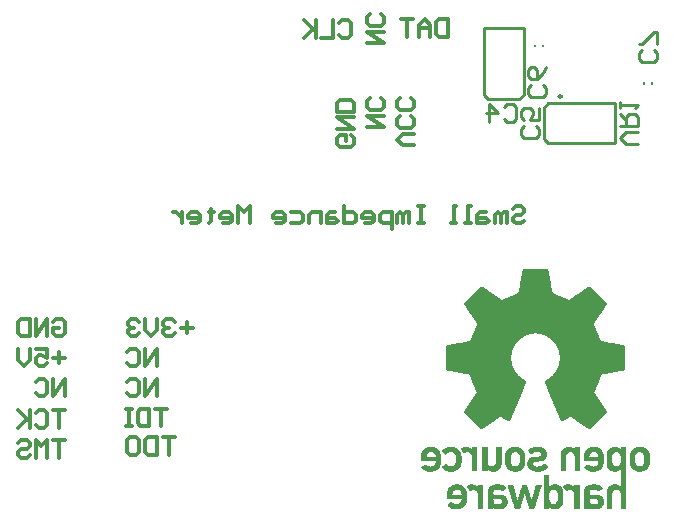
<source format=gbo>
%FSLAX25Y25*%
%MOIN*%
G70*
G01*
G75*
G04 Layer_Color=32896*
%ADD10R,0.15748X0.11024*%
%ADD11R,0.03937X0.02362*%
%ADD12R,0.08661X0.07874*%
%ADD13R,0.03543X0.04724*%
%ADD14R,0.08268X0.01575*%
%ADD15R,0.04724X0.03543*%
%ADD16R,0.09843X0.06299*%
%ADD17R,0.09843X0.02165*%
%ADD18R,0.02165X0.09843*%
%ADD19R,0.02165X0.06890*%
%ADD20R,0.06890X0.02165*%
%ADD21R,0.03150X0.07087*%
%ADD22R,0.07874X0.11811*%
%ADD23R,0.07874X0.09843*%
%ADD24R,0.01969X0.09843*%
%ADD25R,0.06890X0.05512*%
%ADD26R,0.04331X0.05906*%
%ADD27R,0.01693X0.07087*%
%ADD28R,0.07087X0.01063*%
%ADD29C,0.03937*%
%ADD30C,0.07874*%
%ADD31C,0.01969*%
%ADD32C,0.05906*%
%ADD33C,0.03150*%
%ADD34C,0.01181*%
%ADD35C,0.01575*%
%ADD36C,0.00984*%
%ADD37C,0.02953*%
%ADD38R,0.03228X0.07126*%
%ADD39R,0.07087X0.03543*%
%ADD40R,0.07126X0.02992*%
%ADD41R,0.07126X0.03071*%
%ADD42R,0.08307X0.06654*%
%ADD43R,0.07323X0.04764*%
%ADD44R,0.08268X0.06732*%
%ADD45R,0.07559X0.04646*%
%ADD46R,0.07677X0.05827*%
%ADD47R,0.06221X0.09764*%
%ADD48R,0.05906X0.16339*%
%ADD49C,0.07087*%
%ADD50C,0.03543*%
%ADD51C,0.05906*%
%ADD52R,0.05906X0.05906*%
%ADD53C,0.08032*%
%ADD54R,0.08032X0.08032*%
%ADD55C,0.02362*%
%ADD56R,0.07874X0.08661*%
%ADD57R,0.09488X0.23622*%
%ADD58R,0.06299X0.02362*%
%ADD59C,0.02362*%
%ADD60C,0.01000*%
%ADD61C,0.00787*%
%ADD62C,0.00100*%
D34*
X169293Y107557D02*
X170276Y108541D01*
X172244D01*
X173228Y107557D01*
Y106573D01*
X172244Y105590D01*
X170276D01*
X169293Y104606D01*
Y103622D01*
X170276Y102638D01*
X172244D01*
X173228Y103622D01*
X167325Y102638D02*
Y106573D01*
X166341D01*
X165357Y105590D01*
Y102638D01*
Y105590D01*
X164373Y106573D01*
X163389Y105590D01*
Y102638D01*
X160437Y106573D02*
X158469D01*
X157485Y105590D01*
Y102638D01*
X160437D01*
X161421Y103622D01*
X160437Y104606D01*
X157485D01*
X155518Y102638D02*
X153550D01*
X154534D01*
Y108541D01*
X155518D01*
X150598Y102638D02*
X148630D01*
X149614D01*
Y108541D01*
X150598D01*
X139775D02*
X137807D01*
X138791D01*
Y102638D01*
X139775D01*
X137807D01*
X134855D02*
Y106573D01*
X133871D01*
X132887Y105590D01*
Y102638D01*
Y105590D01*
X131903Y106573D01*
X130919Y105590D01*
Y102638D01*
X128951Y100670D02*
Y106573D01*
X125999D01*
X125016Y105590D01*
Y103622D01*
X125999Y102638D01*
X128951D01*
X120096D02*
X122064D01*
X123048Y103622D01*
Y105590D01*
X122064Y106573D01*
X120096D01*
X119112Y105590D01*
Y104606D01*
X123048D01*
X113208Y108541D02*
Y102638D01*
X116160D01*
X117144Y103622D01*
Y105590D01*
X116160Y106573D01*
X113208D01*
X110257D02*
X108289D01*
X107305Y105590D01*
Y102638D01*
X110257D01*
X111240Y103622D01*
X110257Y104606D01*
X107305D01*
X105337Y102638D02*
Y106573D01*
X102385D01*
X101401Y105590D01*
Y102638D01*
X95498Y106573D02*
X98449D01*
X99433Y105590D01*
Y103622D01*
X98449Y102638D01*
X95498D01*
X90578D02*
X92546D01*
X93530Y103622D01*
Y105590D01*
X92546Y106573D01*
X90578D01*
X89594Y105590D01*
Y104606D01*
X93530D01*
X81722Y102638D02*
Y108541D01*
X79755Y106573D01*
X77787Y108541D01*
Y102638D01*
X72867D02*
X74835D01*
X75819Y103622D01*
Y105590D01*
X74835Y106573D01*
X72867D01*
X71883Y105590D01*
Y104606D01*
X75819D01*
X68931Y107557D02*
Y106573D01*
X69915D01*
X67948D01*
X68931D01*
Y103622D01*
X67948Y102638D01*
X62044D02*
X64012D01*
X64996Y103622D01*
Y105590D01*
X64012Y106573D01*
X62044D01*
X61060Y105590D01*
Y104606D01*
X64996D01*
X59092Y106573D02*
Y102638D01*
Y104606D01*
X58108Y105590D01*
X57124Y106573D01*
X56140D01*
X136565Y128650D02*
X132629D01*
X130661Y130617D01*
X132629Y132585D01*
X136565D01*
X135581Y138489D02*
X136565Y137505D01*
Y135537D01*
X135581Y134553D01*
X131645D01*
X130661Y135537D01*
Y137505D01*
X131645Y138489D01*
X135581Y144393D02*
X136565Y143409D01*
Y141441D01*
X135581Y140457D01*
X131645D01*
X130661Y141441D01*
Y143409D01*
X131645Y144393D01*
X120661Y134650D02*
X126565D01*
X120661Y138585D01*
X126565D01*
X125581Y144489D02*
X126565Y143505D01*
Y141537D01*
X125581Y140553D01*
X121645D01*
X120661Y141537D01*
Y143505D01*
X121645Y144489D01*
X115581Y132085D02*
X116565Y131101D01*
Y129133D01*
X115581Y128150D01*
X111645D01*
X110661Y129133D01*
Y131101D01*
X111645Y132085D01*
X113613D01*
Y130117D01*
X110661Y134053D02*
X116565D01*
X110661Y137989D01*
X116565D01*
Y139957D02*
X110661D01*
Y142909D01*
X111645Y143893D01*
X115581D01*
X116565Y142909D01*
Y139957D01*
X147835Y170628D02*
Y164724D01*
X144883D01*
X143899Y165708D01*
Y169644D01*
X144883Y170628D01*
X147835D01*
X141931Y164724D02*
Y168660D01*
X139963Y170628D01*
X137995Y168660D01*
Y164724D01*
Y167676D01*
X141931D01*
X136027Y170628D02*
X132092D01*
X134060D01*
Y164724D01*
X120661Y162650D02*
X126565D01*
X120661Y166585D01*
X126565D01*
X125581Y172489D02*
X126565Y171505D01*
Y169537D01*
X125581Y168553D01*
X121645D01*
X120661Y169537D01*
Y171505D01*
X121645Y172489D01*
X111497Y169487D02*
X112481Y170470D01*
X114449D01*
X115433Y169487D01*
Y165551D01*
X114449Y164567D01*
X112481D01*
X111497Y165551D01*
X109529Y170470D02*
Y164567D01*
X105594D01*
X103626Y170470D02*
Y164567D01*
Y166535D01*
X99690Y170470D01*
X102642Y167519D01*
X99690Y164567D01*
X56630Y31396D02*
X52694D01*
X54662D01*
Y25492D01*
X50726Y31396D02*
Y25492D01*
X47774D01*
X46791Y26476D01*
Y30412D01*
X47774Y31396D01*
X50726D01*
X41871D02*
X43839D01*
X44823Y30412D01*
Y26476D01*
X43839Y25492D01*
X41871D01*
X40887Y26476D01*
Y30412D01*
X41871Y31396D01*
X54130Y40896D02*
X50194D01*
X52162D01*
Y34992D01*
X48226Y40896D02*
Y34992D01*
X45274D01*
X44291Y35976D01*
Y39912D01*
X45274Y40896D01*
X48226D01*
X42323D02*
X40355D01*
X41339D01*
Y34992D01*
X42323D01*
X40355D01*
X50630Y44992D02*
Y50896D01*
X46694Y44992D01*
Y50896D01*
X40791Y49912D02*
X41774Y50896D01*
X43742D01*
X44726Y49912D01*
Y45976D01*
X43742Y44992D01*
X41774D01*
X40791Y45976D01*
X50630Y54992D02*
Y60896D01*
X46694Y54992D01*
Y60896D01*
X40791Y59912D02*
X41774Y60896D01*
X43742D01*
X44726Y59912D01*
Y55976D01*
X43742Y54992D01*
X41774D01*
X40791Y55976D01*
X62630Y67944D02*
X58694D01*
X60662Y69912D02*
Y65976D01*
X56726Y69912D02*
X55742Y70896D01*
X53774D01*
X52791Y69912D01*
Y68928D01*
X53774Y67944D01*
X54758D01*
X53774D01*
X52791Y66960D01*
Y65976D01*
X53774Y64992D01*
X55742D01*
X56726Y65976D01*
X50823Y70896D02*
Y66960D01*
X48855Y64992D01*
X46887Y66960D01*
Y70896D01*
X44919Y69912D02*
X43935Y70896D01*
X41967D01*
X40983Y69912D01*
Y68928D01*
X41967Y67944D01*
X42951D01*
X41967D01*
X40983Y66960D01*
Y65976D01*
X41967Y64992D01*
X43935D01*
X44919Y65976D01*
X20130Y30396D02*
X16194D01*
X18162D01*
Y24492D01*
X14226D02*
Y30396D01*
X12258Y28428D01*
X10291Y30396D01*
Y24492D01*
X4387Y29412D02*
X5371Y30396D01*
X7339D01*
X8323Y29412D01*
Y28428D01*
X7339Y27444D01*
X5371D01*
X4387Y26460D01*
Y25476D01*
X5371Y24492D01*
X7339D01*
X8323Y25476D01*
X20130Y40396D02*
X16194D01*
X18162D01*
Y34492D01*
X10291Y39412D02*
X11275Y40396D01*
X13242D01*
X14226Y39412D01*
Y35476D01*
X13242Y34492D01*
X11275D01*
X10291Y35476D01*
X8323Y40396D02*
Y34492D01*
Y36460D01*
X4387Y40396D01*
X7339Y37444D01*
X4387Y34492D01*
X20130Y44992D02*
Y50896D01*
X16194Y44992D01*
Y50896D01*
X10291Y49912D02*
X11275Y50896D01*
X13242D01*
X14226Y49912D01*
Y45976D01*
X13242Y44992D01*
X11275D01*
X10291Y45976D01*
X20130Y57944D02*
X16194D01*
X18162Y59912D02*
Y55976D01*
X10291Y60896D02*
X14226D01*
Y57944D01*
X12258Y58928D01*
X11275D01*
X10291Y57944D01*
Y55976D01*
X11275Y54992D01*
X13242D01*
X14226Y55976D01*
X8323Y60896D02*
Y56960D01*
X6355Y54992D01*
X4387Y56960D01*
Y60896D01*
X16194Y69912D02*
X17178Y70896D01*
X19146D01*
X20130Y69912D01*
Y65976D01*
X19146Y64992D01*
X17178D01*
X16194Y65976D01*
Y67944D01*
X18162D01*
X14226Y64992D02*
Y70896D01*
X10291Y64992D01*
Y70896D01*
X8323D02*
Y64992D01*
X5371D01*
X4387Y65976D01*
Y69912D01*
X5371Y70896D01*
X8323D01*
D36*
X185650Y144961D02*
G03*
X185650Y144961I-492J0D01*
G01*
D60*
X179646Y130945D02*
X181220Y129370D01*
X179646Y141181D02*
X181220Y142756D01*
X179646Y130945D02*
Y141181D01*
X203465Y129370D02*
Y142756D01*
X181220D02*
X203465D01*
X181220Y129370D02*
X203465D01*
X171496Y143976D02*
X173071Y145551D01*
X159685D02*
X161260Y143976D01*
X171496D01*
X159685Y167795D02*
X173071D01*
X159685Y145551D02*
Y167795D01*
X173071Y145551D02*
Y167795D01*
X210959Y129095D02*
X206960D01*
X204961Y131094D01*
X206960Y133093D01*
X210959D01*
X204961Y135093D02*
X210959D01*
Y138092D01*
X209959Y139091D01*
X207960D01*
X206960Y138092D01*
Y135093D01*
Y137092D02*
X204961Y139091D01*
Y141091D02*
Y143090D01*
Y142090D01*
X210959D01*
X209959Y141091D01*
X216416Y160495D02*
X217415Y159495D01*
Y157496D01*
X216416Y156496D01*
X212417D01*
X211417Y157496D01*
Y159495D01*
X212417Y160495D01*
X217415Y162494D02*
Y166493D01*
X216416D01*
X212417Y162494D01*
X211417D01*
X179526Y148684D02*
X180526Y147684D01*
Y145685D01*
X179526Y144685D01*
X175527D01*
X174528Y145685D01*
Y147684D01*
X175527Y148684D01*
X180526Y154682D02*
X179526Y152682D01*
X177527Y150683D01*
X175527D01*
X174528Y151683D01*
Y153682D01*
X175527Y154682D01*
X176527D01*
X177527Y153682D01*
Y150683D01*
X177124Y135062D02*
X178124Y134062D01*
Y132063D01*
X177124Y131063D01*
X173126D01*
X172126Y132063D01*
Y134062D01*
X173126Y135062D01*
X178124Y141060D02*
Y137061D01*
X175125D01*
X176125Y139060D01*
Y140060D01*
X175125Y141060D01*
X173126D01*
X172126Y140060D01*
Y138061D01*
X173126Y137061D01*
X166434Y141534D02*
X167434Y142534D01*
X169433D01*
X170433Y141534D01*
Y137535D01*
X169433Y136535D01*
X167434D01*
X166434Y137535D01*
X161436Y136535D02*
Y142534D01*
X164435Y139534D01*
X160436D01*
D61*
X215717Y149240D02*
Y149634D01*
X212961Y149240D02*
Y149634D01*
X176803Y161823D02*
Y162216D01*
X179559Y161823D02*
Y162216D01*
D62*
X173023Y87549D02*
X180523D01*
X172823Y87449D02*
X180723D01*
X172723Y87349D02*
X180823D01*
X172723Y87249D02*
X180823D01*
X172623Y87149D02*
X180923D01*
X172623Y87049D02*
X180923D01*
X172623Y86949D02*
X180923D01*
X172623Y86849D02*
X180923D01*
X172623Y86749D02*
X180923D01*
X172523Y86649D02*
X181023D01*
X172523Y86549D02*
X181023D01*
X172523Y86449D02*
X181023D01*
X172523Y86349D02*
X181023D01*
X172523Y86249D02*
X181023D01*
X172523Y86149D02*
X181023D01*
X172423Y86049D02*
X181123D01*
X172423Y85949D02*
X181123D01*
X172423Y85849D02*
X181123D01*
X172423Y85749D02*
X181123D01*
X172423Y85649D02*
X181123D01*
X172323Y85549D02*
X181223D01*
X172323Y85449D02*
X181223D01*
X172323Y85349D02*
X181223D01*
X172323Y85249D02*
X181223D01*
X172323Y85149D02*
X181223D01*
X172223Y85049D02*
X181323D01*
X172223Y84949D02*
X181323D01*
X172223Y84849D02*
X181323D01*
X172223Y84749D02*
X181323D01*
X172223Y84649D02*
X181323D01*
X172223Y84549D02*
X181323D01*
X172123Y84449D02*
X181423D01*
X172123Y84349D02*
X181423D01*
X172123Y84249D02*
X181423D01*
X172123Y84149D02*
X181423D01*
X172123Y84049D02*
X181423D01*
X172023Y83949D02*
X181523D01*
X172023Y83849D02*
X181523D01*
X172023Y83749D02*
X181523D01*
X172023Y83649D02*
X181523D01*
X172023Y83549D02*
X181523D01*
X171923Y83449D02*
X181523D01*
X171923Y83349D02*
X181623D01*
X171923Y83249D02*
X181623D01*
X171923Y83149D02*
X181623D01*
X171923Y83049D02*
X181623D01*
X171923Y82949D02*
X181623D01*
X171823Y82849D02*
X181723D01*
X171823Y82749D02*
X181723D01*
X171823Y82649D02*
X181723D01*
X171823Y82549D02*
X181723D01*
X171823Y82449D02*
X181723D01*
X171723Y82349D02*
X181823D01*
X171723Y82249D02*
X181823D01*
X171723Y82149D02*
X181823D01*
X171723Y82049D02*
X181823D01*
X171723Y81949D02*
X181823D01*
X171723Y81849D02*
X181823D01*
X171623Y81749D02*
X181923D01*
X171623Y81649D02*
X181923D01*
X194523Y81549D02*
X195023D01*
X171623D02*
X181923D01*
X158523D02*
X159023D01*
X194323Y81449D02*
X195123D01*
X171623D02*
X181923D01*
X158423D02*
X159223D01*
X194223Y81349D02*
X195223D01*
X171623D02*
X181923D01*
X158323D02*
X159323D01*
X194023Y81249D02*
X195323D01*
X171523D02*
X182023D01*
X158223D02*
X159523D01*
X193923Y81149D02*
X195423D01*
X171523D02*
X182023D01*
X158123D02*
X159623D01*
X193723Y81049D02*
X195523D01*
X171523D02*
X182023D01*
X158023D02*
X159823D01*
X193623Y80949D02*
X195623D01*
X171523D02*
X182023D01*
X157923D02*
X159923D01*
X193523Y80849D02*
X195723D01*
X171523D02*
X182023D01*
X157823D02*
X160023D01*
X193323Y80749D02*
X195823D01*
X171423D02*
X182123D01*
X157723D02*
X160223D01*
X193223Y80649D02*
X195923D01*
X171423D02*
X182123D01*
X157623D02*
X160323D01*
X193023Y80549D02*
X196023D01*
X171423D02*
X182123D01*
X157523D02*
X160523D01*
X192923Y80449D02*
X196123D01*
X171423D02*
X182123D01*
X157423D02*
X160623D01*
X192723Y80349D02*
X196223D01*
X171423D02*
X182123D01*
X157323D02*
X160823D01*
X192623Y80249D02*
X196323D01*
X171423D02*
X182123D01*
X157223D02*
X160923D01*
X192423Y80149D02*
X196423D01*
X171323D02*
X182223D01*
X157123D02*
X161123D01*
X192323Y80049D02*
X196523D01*
X171323D02*
X182223D01*
X157023D02*
X161223D01*
X192123Y79949D02*
X196623D01*
X171323D02*
X182223D01*
X156923D02*
X161423D01*
X192023Y79849D02*
X196723D01*
X171323D02*
X182223D01*
X156823D02*
X161523D01*
X191923Y79749D02*
X196823D01*
X171323D02*
X182223D01*
X156723D02*
X161623D01*
X191723Y79649D02*
X196923D01*
X171223D02*
X182323D01*
X156623D02*
X161823D01*
X191623Y79549D02*
X197023D01*
X171223D02*
X182323D01*
X156523D02*
X161923D01*
X191423Y79449D02*
X197123D01*
X171123D02*
X182423D01*
X156423D02*
X162123D01*
X191323Y79349D02*
X197223D01*
X170923D02*
X182623D01*
X156323D02*
X162223D01*
X191123Y79249D02*
X197323D01*
X170723D02*
X182823D01*
X156223D02*
X162423D01*
X191023Y79149D02*
X197423D01*
X170523D02*
X183023D01*
X156123D02*
X162523D01*
X190823Y79049D02*
X197523D01*
X170223D02*
X183323D01*
X156023D02*
X162723D01*
X190723Y78949D02*
X197623D01*
X170023D02*
X183523D01*
X155923D02*
X162823D01*
X190523Y78849D02*
X197723D01*
X169823D02*
X183723D01*
X155823D02*
X163023D01*
X190423Y78749D02*
X197823D01*
X169523D02*
X184023D01*
X155723D02*
X163123D01*
X190223Y78649D02*
X197923D01*
X169323D02*
X184223D01*
X155623D02*
X163223D01*
X190123Y78549D02*
X198023D01*
X169023D02*
X184523D01*
X155523D02*
X163423D01*
X190023Y78449D02*
X198123D01*
X168823D02*
X184723D01*
X155423D02*
X163523D01*
X189823Y78349D02*
X198223D01*
X168523D02*
X185023D01*
X155323D02*
X163723D01*
X189723Y78249D02*
X198323D01*
X168323D02*
X185223D01*
X155223D02*
X163823D01*
X189523Y78149D02*
X198423D01*
X168023D02*
X185423D01*
X155123D02*
X164023D01*
X189423Y78049D02*
X198523D01*
X167823D02*
X185723D01*
X155023D02*
X164123D01*
X189223Y77949D02*
X198623D01*
X167623D02*
X185923D01*
X154923D02*
X164323D01*
X189123Y77849D02*
X198723D01*
X167323D02*
X186223D01*
X154823D02*
X164423D01*
X188923Y77749D02*
X198823D01*
X167123D02*
X186423D01*
X154723D02*
X164623D01*
X188823Y77649D02*
X198923D01*
X166823D02*
X186723D01*
X154623D02*
X164723D01*
X188623Y77549D02*
X199023D01*
X166623D02*
X186923D01*
X154523D02*
X164923D01*
X188523Y77449D02*
X199123D01*
X166323D02*
X187223D01*
X154423D02*
X165023D01*
X188423Y77349D02*
X199223D01*
X166123D02*
X187423D01*
X154323D02*
X165123D01*
X188223Y77249D02*
X199323D01*
X165923D02*
X187623D01*
X154223D02*
X165323D01*
X154123Y77149D02*
X199423D01*
X154023Y77049D02*
X199523D01*
X153923Y76949D02*
X199623D01*
X153823Y76849D02*
X199723D01*
X153723Y76749D02*
X199823D01*
X153623Y76649D02*
X199923D01*
X153523Y76549D02*
X200023D01*
X153423Y76449D02*
X200123D01*
X153323Y76349D02*
X200223D01*
X153223Y76249D02*
X200323D01*
X153123Y76049D02*
X200423D01*
X153123Y75949D02*
X200423D01*
X153223Y75849D02*
X200323D01*
X153223Y75749D02*
X200323D01*
X153323Y75649D02*
X200223D01*
X153423Y75549D02*
X200123D01*
X153423Y75449D02*
X200123D01*
X153523Y75349D02*
X200023D01*
X153623Y75249D02*
X199923D01*
X153623Y75149D02*
X199923D01*
X153723Y75049D02*
X199823D01*
X153823Y74949D02*
X199723D01*
X153823Y74849D02*
X199723D01*
X153923Y74749D02*
X199623D01*
X154023Y74649D02*
X199523D01*
X154023Y74549D02*
X199523D01*
X154123Y74449D02*
X199423D01*
X154223Y74349D02*
X199323D01*
X154223Y74249D02*
X199323D01*
X154323Y74149D02*
X199223D01*
X154423Y74049D02*
X199123D01*
X154523Y73949D02*
X199023D01*
X154523Y73849D02*
X199023D01*
X154623Y73749D02*
X198923D01*
X154723Y73649D02*
X198823D01*
X154723Y73549D02*
X198823D01*
X154823Y73449D02*
X198723D01*
X154923Y73349D02*
X198623D01*
X154923Y73249D02*
X198623D01*
X155023Y73149D02*
X198523D01*
X155123Y73049D02*
X198423D01*
X155123Y72949D02*
X198423D01*
X155223Y72849D02*
X198323D01*
X155323Y72749D02*
X198223D01*
X155323Y72649D02*
X198223D01*
X155423Y72549D02*
X198123D01*
X155523Y72449D02*
X198023D01*
X155523Y72349D02*
X198023D01*
X155623Y72249D02*
X197923D01*
X155723Y72149D02*
X197823D01*
X155823Y72049D02*
X197723D01*
X155823Y71949D02*
X197723D01*
X155923Y71849D02*
X197623D01*
X156023Y71749D02*
X197523D01*
X156023Y71649D02*
X197523D01*
X156123Y71549D02*
X197423D01*
X156223Y71449D02*
X197323D01*
X156223Y71349D02*
X197323D01*
X156323Y71249D02*
X197223D01*
X156423Y71149D02*
X197123D01*
X156423Y71049D02*
X197123D01*
X156523Y70949D02*
X197023D01*
X156623Y70849D02*
X196923D01*
X156623Y70749D02*
X196923D01*
X156723Y70649D02*
X196823D01*
X156823Y70549D02*
X196723D01*
X156923Y70449D02*
X196623D01*
X156923Y70349D02*
X196623D01*
X157023Y70249D02*
X196523D01*
X157123Y70149D02*
X196423D01*
X157123Y70049D02*
X196423D01*
X157223Y69949D02*
X196323D01*
X157323Y69849D02*
X196223D01*
X157323Y69749D02*
X196223D01*
X157423Y69649D02*
X196123D01*
X157423Y69549D02*
X196123D01*
X157523Y69449D02*
X196023D01*
X157523Y69349D02*
X196023D01*
X157523Y69249D02*
X196023D01*
X157523Y69149D02*
X196023D01*
X157423Y69049D02*
X196123D01*
X157423Y68949D02*
X196123D01*
X157423Y68849D02*
X196123D01*
X157323Y68749D02*
X196223D01*
X157323Y68649D02*
X196223D01*
X157223Y68549D02*
X196323D01*
X157223Y68449D02*
X196323D01*
X157123Y68349D02*
X196423D01*
X157123Y68249D02*
X196423D01*
X157123Y68149D02*
X196423D01*
X157023Y68049D02*
X196523D01*
X157023Y67949D02*
X196523D01*
X156923Y67849D02*
X196623D01*
X156923Y67749D02*
X196623D01*
X156823Y67649D02*
X196723D01*
X156823Y67549D02*
X196723D01*
X156823Y67449D02*
X196723D01*
X156723Y67349D02*
X196823D01*
X156723Y67249D02*
X196823D01*
X156623Y67149D02*
X196923D01*
X156623Y67049D02*
X196923D01*
X156523Y66949D02*
X197023D01*
X156523Y66849D02*
X197023D01*
X156523Y66749D02*
X197023D01*
X156423Y66649D02*
X197123D01*
X156423Y66549D02*
X197123D01*
X156323Y66449D02*
X197223D01*
X156323Y66349D02*
X197223D01*
X177323Y66249D02*
X197323D01*
X156223D02*
X176223D01*
X178123Y66149D02*
X197323D01*
X156223D02*
X175423D01*
X178623Y66049D02*
X197323D01*
X156223D02*
X174923D01*
X179023Y65949D02*
X197423D01*
X156123D02*
X174523D01*
X179423Y65849D02*
X197423D01*
X156123D02*
X174123D01*
X179623Y65749D02*
X197523D01*
X156023D02*
X173923D01*
X179923Y65649D02*
X197523D01*
X156023D02*
X173623D01*
X180123Y65549D02*
X197523D01*
X156023D02*
X173423D01*
X180323Y65449D02*
X197623D01*
X155923D02*
X173223D01*
X180523Y65349D02*
X197623D01*
X155923D02*
X173023D01*
X180723Y65249D02*
X197723D01*
X155823D02*
X172823D01*
X180923Y65149D02*
X197723D01*
X155823D02*
X172623D01*
X181123Y65049D02*
X197823D01*
X155723D02*
X172423D01*
X181223Y64949D02*
X197823D01*
X155723D02*
X172323D01*
X181423Y64849D02*
X197823D01*
X155723D02*
X172123D01*
X181523Y64749D02*
X197923D01*
X155623D02*
X172023D01*
X181723Y64649D02*
X197923D01*
X155623D02*
X171823D01*
X181823Y64549D02*
X198023D01*
X155523D02*
X171723D01*
X181923Y64449D02*
X198023D01*
X155523D02*
X171623D01*
X182123Y64349D02*
X198123D01*
X155423D02*
X171423D01*
X182223Y64249D02*
X198123D01*
X155423D02*
X171323D01*
X182323Y64149D02*
X198123D01*
X155423D02*
X171223D01*
X182423Y64049D02*
X198223D01*
X155323D02*
X171123D01*
X182523Y63949D02*
X198223D01*
X155323D02*
X171023D01*
X182623Y63849D02*
X198323D01*
X155223D02*
X170923D01*
X182723Y63749D02*
X198323D01*
X155223D02*
X170823D01*
X182823Y63649D02*
X198423D01*
X155123D02*
X170723D01*
X182923Y63549D02*
X198623D01*
X154923D02*
X170623D01*
X183023Y63449D02*
X198823D01*
X154723D02*
X170523D01*
X183123Y63349D02*
X199323D01*
X154223D02*
X170423D01*
X183223Y63249D02*
X199823D01*
X153723D02*
X170323D01*
X183223Y63149D02*
X200423D01*
X153123D02*
X170323D01*
X183323Y63049D02*
X200923D01*
X152623D02*
X170223D01*
X183423Y62949D02*
X201423D01*
X152123D02*
X170123D01*
X183523Y62849D02*
X202023D01*
X151523D02*
X170023D01*
X183523Y62749D02*
X202523D01*
X151023D02*
X170023D01*
X183623Y62649D02*
X203123D01*
X150423D02*
X169923D01*
X183723Y62549D02*
X203623D01*
X149923D02*
X169823D01*
X183723Y62449D02*
X204123D01*
X149423D02*
X169823D01*
X183823Y62349D02*
X204723D01*
X148823D02*
X169723D01*
X183923Y62249D02*
X205223D01*
X148323D02*
X169623D01*
X183923Y62149D02*
X205723D01*
X147823D02*
X169623D01*
X184023Y62049D02*
X206123D01*
X147423D02*
X169523D01*
X184023Y61949D02*
X206223D01*
X147323D02*
X169523D01*
X184123Y61849D02*
X206323D01*
X147223D02*
X169423D01*
X184123Y61749D02*
X206323D01*
X147223D02*
X169423D01*
X184223Y61649D02*
X206323D01*
X147223D02*
X169323D01*
X184223Y61549D02*
X206323D01*
X147223D02*
X169323D01*
X184323Y61449D02*
X206323D01*
X147223D02*
X169223D01*
X184323Y61349D02*
X206323D01*
X147223D02*
X169223D01*
X184423Y61249D02*
X206323D01*
X147223D02*
X169123D01*
X184423Y61149D02*
X206323D01*
X147223D02*
X169123D01*
X184523Y61049D02*
X206323D01*
X147223D02*
X169023D01*
X184523Y60949D02*
X206323D01*
X147223D02*
X169023D01*
X184523Y60849D02*
X206323D01*
X147223D02*
X169023D01*
X184623Y60749D02*
X206323D01*
X147223D02*
X168923D01*
X184623Y60649D02*
X206323D01*
X147223D02*
X168923D01*
X184623Y60549D02*
X206323D01*
X147223D02*
X168923D01*
X184723Y60449D02*
X206323D01*
X147223D02*
X168823D01*
X184723Y60349D02*
X206323D01*
X147223D02*
X168823D01*
X184723Y60249D02*
X206323D01*
X147223D02*
X168823D01*
X184823Y60149D02*
X206323D01*
X147223D02*
X168723D01*
X184823Y60049D02*
X206323D01*
X147223D02*
X168723D01*
X184823Y59949D02*
X206323D01*
X147223D02*
X168723D01*
X184823Y59849D02*
X206323D01*
X147223D02*
X168723D01*
X184923Y59749D02*
X206323D01*
X147223D02*
X168623D01*
X184923Y59649D02*
X206323D01*
X147223D02*
X168623D01*
X184923Y59549D02*
X206323D01*
X147223D02*
X168623D01*
X184923Y59449D02*
X206323D01*
X147223D02*
X168623D01*
X184923Y59349D02*
X206323D01*
X147223D02*
X168623D01*
X184923Y59249D02*
X206323D01*
X147223D02*
X168623D01*
X185023Y59149D02*
X206323D01*
X147223D02*
X168523D01*
X185023Y59049D02*
X206323D01*
X147223D02*
X168523D01*
X185023Y58949D02*
X206323D01*
X147223D02*
X168523D01*
X185023Y58849D02*
X206323D01*
X147223D02*
X168523D01*
X185023Y58749D02*
X206323D01*
X147223D02*
X168523D01*
X185023Y58649D02*
X206323D01*
X147223D02*
X168523D01*
X185023Y58549D02*
X206323D01*
X147223D02*
X168523D01*
X185023Y58449D02*
X206323D01*
X147223D02*
X168523D01*
X185023Y58349D02*
X206323D01*
X147223D02*
X168523D01*
X185023Y58249D02*
X206323D01*
X147223D02*
X168523D01*
X185023Y58149D02*
X206323D01*
X147223D02*
X168523D01*
X185023Y58049D02*
X206323D01*
X147223D02*
X168523D01*
X185123Y57949D02*
X206323D01*
X147223D02*
X168423D01*
X185023Y57849D02*
X206323D01*
X147223D02*
X168523D01*
X185023Y57749D02*
X206323D01*
X147223D02*
X168523D01*
X185023Y57649D02*
X206323D01*
X147223D02*
X168523D01*
X185023Y57549D02*
X206323D01*
X147223D02*
X168523D01*
X185023Y57449D02*
X206323D01*
X147223D02*
X168523D01*
X185023Y57349D02*
X206323D01*
X147223D02*
X168523D01*
X185023Y57249D02*
X206323D01*
X147223D02*
X168523D01*
X185023Y57149D02*
X206323D01*
X147223D02*
X168523D01*
X185023Y57049D02*
X206323D01*
X147223D02*
X168523D01*
X185023Y56949D02*
X206323D01*
X147223D02*
X168523D01*
X185023Y56849D02*
X206323D01*
X147223D02*
X168523D01*
X185023Y56749D02*
X206323D01*
X147223D02*
X168523D01*
X184923Y56649D02*
X206323D01*
X147223D02*
X168623D01*
X184923Y56549D02*
X206323D01*
X147223D02*
X168623D01*
X184923Y56449D02*
X206323D01*
X147223D02*
X168623D01*
X184923Y56349D02*
X206323D01*
X147223D02*
X168623D01*
X184923Y56249D02*
X206323D01*
X147223D02*
X168623D01*
X184823Y56149D02*
X206323D01*
X147223D02*
X168723D01*
X184823Y56049D02*
X206323D01*
X147223D02*
X168723D01*
X184823Y55949D02*
X206323D01*
X147223D02*
X168723D01*
X184823Y55849D02*
X206323D01*
X147223D02*
X168723D01*
X184723Y55749D02*
X206323D01*
X147223D02*
X168823D01*
X184723Y55649D02*
X206323D01*
X147223D02*
X168823D01*
X184723Y55549D02*
X206323D01*
X147223D02*
X168823D01*
X184623Y55449D02*
X206323D01*
X147223D02*
X168923D01*
X184623Y55349D02*
X206323D01*
X147223D02*
X168923D01*
X184623Y55249D02*
X206323D01*
X147223D02*
X168923D01*
X184523Y55149D02*
X206323D01*
X147223D02*
X169023D01*
X184523Y55049D02*
X206323D01*
X147223D02*
X169023D01*
X184523Y54949D02*
X206323D01*
X147223D02*
X169023D01*
X184423Y54849D02*
X206323D01*
X147223D02*
X169123D01*
X184423Y54749D02*
X206323D01*
X147223D02*
X169123D01*
X184423Y54649D02*
X206323D01*
X147223D02*
X169123D01*
X184323Y54549D02*
X206323D01*
X147223D02*
X169223D01*
X184323Y54449D02*
X206323D01*
X147223D02*
X169223D01*
X184223Y54349D02*
X206323D01*
X147223D02*
X169323D01*
X184223Y54249D02*
X206323D01*
X147223D02*
X169323D01*
X184123Y54149D02*
X206223D01*
X147323D02*
X169423D01*
X184123Y54049D02*
X206223D01*
X147323D02*
X169423D01*
X184023Y53949D02*
X206023D01*
X147523D02*
X169523D01*
X184023Y53849D02*
X205623D01*
X147923D02*
X169523D01*
X183923Y53749D02*
X205123D01*
X148423D02*
X169623D01*
X183823Y53649D02*
X204523D01*
X149023D02*
X169723D01*
X183823Y53549D02*
X204023D01*
X149523D02*
X169723D01*
X183723Y53449D02*
X203523D01*
X150023D02*
X169823D01*
X183623Y53349D02*
X202923D01*
X150623D02*
X169923D01*
X183623Y53249D02*
X202423D01*
X151123D02*
X169923D01*
X183523Y53149D02*
X201923D01*
X151623D02*
X170023D01*
X183423Y53049D02*
X201323D01*
X152223D02*
X170123D01*
X183423Y52949D02*
X200823D01*
X152723D02*
X170123D01*
X183323Y52849D02*
X200223D01*
X153323D02*
X170223D01*
X183223Y52749D02*
X199723D01*
X153823D02*
X170323D01*
X183123Y52649D02*
X199223D01*
X154323D02*
X170423D01*
X183023Y52549D02*
X198823D01*
X154723D02*
X170523D01*
X182923Y52449D02*
X198623D01*
X154923D02*
X170623D01*
X182923Y52349D02*
X198623D01*
X154923D02*
X170623D01*
X182823Y52249D02*
X198523D01*
X155023D02*
X170723D01*
X182723Y52149D02*
X198423D01*
X155123D02*
X170823D01*
X182623Y52049D02*
X198423D01*
X155123D02*
X170923D01*
X182423Y51949D02*
X198423D01*
X155123D02*
X171123D01*
X182323Y51849D02*
X198323D01*
X155223D02*
X171223D01*
X182223Y51749D02*
X198323D01*
X155223D02*
X171323D01*
X182123Y51649D02*
X198223D01*
X155323D02*
X171423D01*
X182023Y51549D02*
X198223D01*
X155323D02*
X171523D01*
X181923Y51449D02*
X198223D01*
X155323D02*
X171623D01*
X181723Y51349D02*
X198123D01*
X155423D02*
X171823D01*
X181623Y51249D02*
X198123D01*
X155423D02*
X171923D01*
X181523Y51149D02*
X198023D01*
X155523D02*
X172023D01*
X181323Y51049D02*
X198023D01*
X155523D02*
X172223D01*
X181223Y50949D02*
X198023D01*
X155523D02*
X172323D01*
X181123Y50849D02*
X197923D01*
X155623D02*
X172423D01*
X180923Y50749D02*
X197923D01*
X155623D02*
X172623D01*
X180823Y50649D02*
X197823D01*
X155723D02*
X172723D01*
X180623Y50549D02*
X197823D01*
X155723D02*
X172923D01*
X180523Y50449D02*
X197823D01*
X155723D02*
X173023D01*
X180323Y50349D02*
X197723D01*
X155823D02*
X173223D01*
X180223Y50249D02*
X197723D01*
X155823D02*
X173323D01*
X180123Y50149D02*
X197623D01*
X155923D02*
X173423D01*
X180023Y50049D02*
X197623D01*
X155923D02*
X173523D01*
X180023Y49949D02*
X197623D01*
X155923D02*
X173523D01*
X180023Y49849D02*
X197523D01*
X156023D02*
X173523D01*
X180123Y49749D02*
X197523D01*
X156023D02*
X173423D01*
X180123Y49649D02*
X197423D01*
X156123D02*
X173423D01*
X180223Y49549D02*
X197423D01*
X156123D02*
X173323D01*
X180223Y49449D02*
X197423D01*
X156123D02*
X173323D01*
X180223Y49349D02*
X197323D01*
X156223D02*
X173323D01*
X180323Y49249D02*
X197323D01*
X156223D02*
X173223D01*
X180323Y49149D02*
X197223D01*
X156323D02*
X173223D01*
X180423Y49049D02*
X197223D01*
X156323D02*
X173123D01*
X180423Y48949D02*
X197223D01*
X156323D02*
X173123D01*
X180523Y48849D02*
X197123D01*
X156423D02*
X173023D01*
X180523Y48749D02*
X197123D01*
X156423D02*
X173023D01*
X180523Y48649D02*
X197023D01*
X156523D02*
X173023D01*
X180623Y48549D02*
X197023D01*
X156523D02*
X172923D01*
X180623Y48449D02*
X197023D01*
X156523D02*
X172923D01*
X180723Y48349D02*
X196923D01*
X156623D02*
X172823D01*
X180723Y48249D02*
X196923D01*
X156623D02*
X172823D01*
X180723Y48149D02*
X196823D01*
X156723D02*
X172823D01*
X180823Y48049D02*
X196823D01*
X156723D02*
X172723D01*
X180823Y47949D02*
X196823D01*
X156723D02*
X172723D01*
X180923Y47849D02*
X196723D01*
X156823D02*
X172623D01*
X180923Y47749D02*
X196723D01*
X156823D02*
X172623D01*
X181023Y47649D02*
X196623D01*
X156923D02*
X172523D01*
X181023Y47549D02*
X196623D01*
X156923D02*
X172523D01*
X181023Y47449D02*
X196623D01*
X156923D02*
X172523D01*
X181123Y47349D02*
X196523D01*
X157023D02*
X172423D01*
X181123Y47249D02*
X196523D01*
X157023D02*
X172423D01*
X181223Y47149D02*
X196423D01*
X157123D02*
X172323D01*
X181223Y47049D02*
X196423D01*
X157123D02*
X172323D01*
X181223Y46949D02*
X196423D01*
X157123D02*
X172323D01*
X181323Y46849D02*
X196323D01*
X157223D02*
X172223D01*
X181323Y46749D02*
X196323D01*
X157223D02*
X172223D01*
X181423Y46649D02*
X196223D01*
X157323D02*
X172123D01*
X181423Y46549D02*
X196223D01*
X157323D02*
X172123D01*
X181423Y46449D02*
X196223D01*
X157323D02*
X172123D01*
X181523Y46349D02*
X196223D01*
X157323D02*
X172023D01*
X181523Y46249D02*
X196223D01*
X157323D02*
X172023D01*
X181623Y46149D02*
X196323D01*
X157223D02*
X171923D01*
X181623Y46049D02*
X196323D01*
X157223D02*
X171923D01*
X181723Y45949D02*
X196423D01*
X157123D02*
X171823D01*
X181723Y45849D02*
X196523D01*
X157023D02*
X171823D01*
X181723Y45749D02*
X196523D01*
X157023D02*
X171823D01*
X181823Y45649D02*
X196623D01*
X156923D02*
X171723D01*
X181823Y45549D02*
X196723D01*
X156823D02*
X171723D01*
X181923Y45449D02*
X196723D01*
X156823D02*
X171623D01*
X181923Y45349D02*
X196823D01*
X156723D02*
X171623D01*
X181923Y45249D02*
X196923D01*
X156623D02*
X171623D01*
X182023Y45149D02*
X196923D01*
X156623D02*
X171523D01*
X182023Y45049D02*
X197023D01*
X156523D02*
X171523D01*
X182123Y44949D02*
X197123D01*
X156423D02*
X171423D01*
X182123Y44849D02*
X197123D01*
X156423D02*
X171423D01*
X182223Y44749D02*
X197223D01*
X156323D02*
X171323D01*
X182223Y44649D02*
X197323D01*
X156223D02*
X171323D01*
X182223Y44549D02*
X197423D01*
X156123D02*
X171323D01*
X182323Y44449D02*
X197423D01*
X156123D02*
X171223D01*
X182323Y44349D02*
X197523D01*
X156023D02*
X171223D01*
X182423Y44249D02*
X197623D01*
X155923D02*
X171123D01*
X182423Y44149D02*
X197623D01*
X155923D02*
X171123D01*
X182423Y44049D02*
X197723D01*
X155823D02*
X171123D01*
X182523Y43949D02*
X197823D01*
X155723D02*
X171023D01*
X182523Y43849D02*
X197823D01*
X155723D02*
X171023D01*
X182623Y43749D02*
X197923D01*
X155623D02*
X170923D01*
X182623Y43649D02*
X198023D01*
X155523D02*
X170923D01*
X182623Y43549D02*
X198023D01*
X155523D02*
X170923D01*
X182723Y43449D02*
X198123D01*
X155423D02*
X170823D01*
X182723Y43349D02*
X198223D01*
X155323D02*
X170823D01*
X182823Y43249D02*
X198223D01*
X155323D02*
X170723D01*
X182823Y43149D02*
X198323D01*
X155223D02*
X170723D01*
X182923Y43049D02*
X198423D01*
X155123D02*
X170623D01*
X182923Y42949D02*
X198423D01*
X155123D02*
X170623D01*
X182923Y42849D02*
X198523D01*
X155023D02*
X170623D01*
X183023Y42749D02*
X198623D01*
X154923D02*
X170523D01*
X183023Y42649D02*
X198723D01*
X154823D02*
X170523D01*
X183123Y42549D02*
X198723D01*
X154823D02*
X170423D01*
X183123Y42449D02*
X198823D01*
X154723D02*
X170423D01*
X183123Y42349D02*
X198923D01*
X154623D02*
X170423D01*
X183223Y42249D02*
X198923D01*
X154623D02*
X170323D01*
X183223Y42149D02*
X199023D01*
X154523D02*
X170323D01*
X183323Y42049D02*
X199123D01*
X154423D02*
X170223D01*
X183323Y41949D02*
X199123D01*
X154423D02*
X170223D01*
X183423Y41849D02*
X199223D01*
X154323D02*
X170123D01*
X183423Y41749D02*
X199323D01*
X154223D02*
X170123D01*
X183423Y41649D02*
X199323D01*
X154223D02*
X170123D01*
X183523Y41549D02*
X199423D01*
X154123D02*
X170023D01*
X183523Y41449D02*
X199523D01*
X154023D02*
X170023D01*
X183623Y41349D02*
X199523D01*
X154023D02*
X169923D01*
X183623Y41249D02*
X199623D01*
X153923D02*
X169923D01*
X183623Y41149D02*
X199723D01*
X153823D02*
X169923D01*
X183723Y41049D02*
X199823D01*
X153723D02*
X169823D01*
X183723Y40949D02*
X199823D01*
X153723D02*
X169823D01*
X183823Y40849D02*
X199923D01*
X153623D02*
X169723D01*
X183823Y40749D02*
X200023D01*
X153523D02*
X169723D01*
X183823Y40649D02*
X200023D01*
X153523D02*
X169723D01*
X183923Y40549D02*
X200123D01*
X153423D02*
X169623D01*
X183923Y40449D02*
X200223D01*
X153323D02*
X169623D01*
X184023Y40349D02*
X200223D01*
X153323D02*
X169523D01*
X184023Y40249D02*
X200323D01*
X153223D02*
X169523D01*
X184123Y40149D02*
X200323D01*
X153223D02*
X169423D01*
X184123Y40049D02*
X200423D01*
X153123D02*
X169423D01*
X184123Y39949D02*
X200423D01*
X153123D02*
X169423D01*
X184223Y39849D02*
X200323D01*
X153223D02*
X169323D01*
X184223Y39749D02*
X200323D01*
X153223D02*
X169323D01*
X184323Y39649D02*
X200223D01*
X153323D02*
X169223D01*
X184323Y39549D02*
X200123D01*
X153423D02*
X169223D01*
X184323Y39449D02*
X200023D01*
X153523D02*
X169223D01*
X184423Y39349D02*
X199923D01*
X153623D02*
X169123D01*
X184423Y39249D02*
X199823D01*
X153723D02*
X169123D01*
X184523Y39149D02*
X199723D01*
X153823D02*
X169023D01*
X184523Y39049D02*
X199623D01*
X153923D02*
X169023D01*
X184623Y38949D02*
X199523D01*
X154023D02*
X168923D01*
X184623Y38849D02*
X199423D01*
X154123D02*
X168923D01*
X184623Y38749D02*
X199323D01*
X154223D02*
X168923D01*
X184723Y38649D02*
X199223D01*
X154323D02*
X168823D01*
X184723Y38549D02*
X199123D01*
X154423D02*
X168823D01*
X188623Y38449D02*
X199023D01*
X184823D02*
X188423D01*
X165123D02*
X168723D01*
X154523D02*
X164923D01*
X188823Y38349D02*
X198923D01*
X184823D02*
X188123D01*
X165423D02*
X168723D01*
X154623D02*
X164723D01*
X189023Y38249D02*
X198823D01*
X184823D02*
X187923D01*
X165623D02*
X168723D01*
X154723D02*
X164523D01*
X189123Y38149D02*
X198723D01*
X184923D02*
X187723D01*
X165823D02*
X168623D01*
X154823D02*
X164423D01*
X189323Y38049D02*
X198623D01*
X184923D02*
X187523D01*
X166023D02*
X168623D01*
X154923D02*
X164223D01*
X189423Y37949D02*
X198523D01*
X185023D02*
X187323D01*
X166223D02*
X168523D01*
X155023D02*
X164123D01*
X189623Y37849D02*
X198423D01*
X185023D02*
X187223D01*
X166323D02*
X168523D01*
X155123D02*
X163923D01*
X189723Y37749D02*
X198323D01*
X185023D02*
X187023D01*
X166523D02*
X168523D01*
X155223D02*
X163823D01*
X189823Y37649D02*
X198223D01*
X185123D02*
X186823D01*
X166723D02*
X168423D01*
X155323D02*
X163723D01*
X190023Y37549D02*
X198123D01*
X185123D02*
X186623D01*
X166923D02*
X168423D01*
X155423D02*
X163523D01*
X190123Y37449D02*
X198023D01*
X185223D02*
X186423D01*
X167123D02*
X168323D01*
X155523D02*
X163423D01*
X190323Y37349D02*
X197923D01*
X185223D02*
X186223D01*
X167323D02*
X168323D01*
X155623D02*
X163223D01*
X190423Y37249D02*
X197823D01*
X185323D02*
X186023D01*
X167523D02*
X168223D01*
X155723D02*
X163123D01*
X190623Y37149D02*
X197723D01*
X185323D02*
X185823D01*
X167723D02*
X168223D01*
X155823D02*
X162923D01*
X190723Y37049D02*
X197623D01*
X185423D02*
X185623D01*
X167923D02*
X168123D01*
X155923D02*
X162823D01*
X190923Y36949D02*
X197523D01*
X156023D02*
X162623D01*
X191023Y36849D02*
X197423D01*
X156123D02*
X162523D01*
X191223Y36749D02*
X197323D01*
X156223D02*
X162323D01*
X191323Y36649D02*
X197223D01*
X156323D02*
X162223D01*
X191423Y36549D02*
X197123D01*
X156423D02*
X162123D01*
X191623Y36449D02*
X197023D01*
X156523D02*
X161923D01*
X191723Y36349D02*
X196923D01*
X156623D02*
X161823D01*
X191923Y36249D02*
X196823D01*
X156723D02*
X161623D01*
X192023Y36149D02*
X196723D01*
X156823D02*
X161523D01*
X192223Y36049D02*
X196623D01*
X156923D02*
X161323D01*
X192323Y35949D02*
X196523D01*
X157023D02*
X161223D01*
X192523Y35849D02*
X196423D01*
X157123D02*
X161023D01*
X192623Y35749D02*
X196323D01*
X157223D02*
X160923D01*
X192823Y35649D02*
X196223D01*
X157323D02*
X160723D01*
X192923Y35549D02*
X196123D01*
X157423D02*
X160623D01*
X193023Y35449D02*
X196023D01*
X157523D02*
X160523D01*
X193223Y35349D02*
X195923D01*
X157623D02*
X160323D01*
X193323Y35249D02*
X195823D01*
X157723D02*
X160223D01*
X193523Y35149D02*
X195723D01*
X157823D02*
X160023D01*
X193623Y35049D02*
X195623D01*
X157923D02*
X159923D01*
X193823Y34949D02*
X195523D01*
X158023D02*
X159723D01*
X193923Y34849D02*
X195423D01*
X158123D02*
X159623D01*
X194123Y34749D02*
X195323D01*
X158223D02*
X159423D01*
X194223Y34649D02*
X195223D01*
X158323D02*
X159323D01*
X194423Y34549D02*
X195123D01*
X158423D02*
X159123D01*
X194523Y34449D02*
X194923D01*
X158623D02*
X159023D01*
X210823Y28149D02*
X212323D01*
X202623D02*
X203923D01*
X195523D02*
X196923D01*
X187323D02*
X188523D01*
X176523D02*
X178223D01*
X169223D02*
X170723D01*
X153023D02*
X154223D01*
X147823D02*
X149223D01*
X141323D02*
X142623D01*
X210523Y28049D02*
X212623D01*
X205323D02*
X206923D01*
X202323D02*
X204123D01*
X195223D02*
X197323D01*
X190023D02*
X191523D01*
X187023D02*
X188923D01*
X176123D02*
X178723D01*
X168923D02*
X171023D01*
X163823D02*
X165323D01*
X159023D02*
X160623D01*
X155723D02*
X157223D01*
X152723D02*
X154523D01*
X147523D02*
X149623D01*
X140923D02*
X143023D01*
X210223Y27949D02*
X212923D01*
X205323D02*
X206923D01*
X202123D02*
X204423D01*
X194923D02*
X197523D01*
X190023D02*
X191523D01*
X186823D02*
X189123D01*
X175823D02*
X178923D01*
X168623D02*
X171323D01*
X163823D02*
X165323D01*
X159023D02*
X160623D01*
X155723D02*
X157223D01*
X152523D02*
X154823D01*
X147223D02*
X149923D01*
X140723D02*
X143323D01*
X210023Y27849D02*
X213123D01*
X205323D02*
X206923D01*
X201923D02*
X204623D01*
X194723D02*
X197723D01*
X190023D02*
X191523D01*
X186623D02*
X189323D01*
X175523D02*
X179223D01*
X168423D02*
X171523D01*
X163823D02*
X165323D01*
X159023D02*
X160623D01*
X155723D02*
X157223D01*
X152323D02*
X154923D01*
X146923D02*
X150123D01*
X140523D02*
X143523D01*
X209823Y27749D02*
X213323D01*
X205323D02*
X206923D01*
X201723D02*
X204823D01*
X194523D02*
X197923D01*
X190023D02*
X191523D01*
X186423D02*
X189423D01*
X175323D02*
X179323D01*
X168223D02*
X171723D01*
X163823D02*
X165323D01*
X159023D02*
X160623D01*
X155723D02*
X157223D01*
X152123D02*
X155123D01*
X146823D02*
X150323D01*
X140323D02*
X143723D01*
X209623Y27649D02*
X213423D01*
X205323D02*
X206923D01*
X201623D02*
X204923D01*
X194423D02*
X198023D01*
X190023D02*
X191523D01*
X186323D02*
X189623D01*
X175123D02*
X179523D01*
X168123D02*
X171923D01*
X163823D02*
X165323D01*
X159023D02*
X160623D01*
X155723D02*
X157223D01*
X152023D02*
X155223D01*
X146623D02*
X150523D01*
X140123D02*
X143823D01*
X209523Y27549D02*
X213623D01*
X205323D02*
X206923D01*
X201523D02*
X205023D01*
X194223D02*
X198223D01*
X190023D02*
X191523D01*
X186123D02*
X189723D01*
X174923D02*
X179623D01*
X167923D02*
X172023D01*
X163823D02*
X165323D01*
X159023D02*
X160623D01*
X155723D02*
X157223D01*
X152023D02*
X155323D01*
X146523D02*
X150623D01*
X140023D02*
X143923D01*
X209423Y27449D02*
X213723D01*
X205323D02*
X206923D01*
X201423D02*
X205123D01*
X194123D02*
X198323D01*
X190023D02*
X191523D01*
X186123D02*
X189823D01*
X174823D02*
X179723D01*
X167823D02*
X172123D01*
X163823D02*
X165323D01*
X159023D02*
X160623D01*
X155723D02*
X157223D01*
X152123D02*
X155423D01*
X146323D02*
X150823D01*
X139923D02*
X144023D01*
X209323Y27349D02*
X213823D01*
X205323D02*
X206923D01*
X201323D02*
X205223D01*
X194023D02*
X198423D01*
X190023D02*
X191523D01*
X186023D02*
X189923D01*
X174623D02*
X179823D01*
X167723D02*
X172223D01*
X163823D02*
X165323D01*
X159023D02*
X160623D01*
X155723D02*
X157223D01*
X152223D02*
X155523D01*
X146223D02*
X150923D01*
X139723D02*
X144223D01*
X209223Y27249D02*
X213923D01*
X201223D02*
X206923D01*
X193923D02*
X198523D01*
X185923D02*
X191523D01*
X174523D02*
X179923D01*
X167623D02*
X172323D01*
X163823D02*
X165323D01*
X159023D02*
X160623D01*
X152323D02*
X157223D01*
X146123D02*
X151023D01*
X139623D02*
X144223D01*
X209123Y27149D02*
X214023D01*
X201123D02*
X206923D01*
X193823D02*
X198623D01*
X185823D02*
X191523D01*
X174423D02*
X180023D01*
X167523D02*
X172423D01*
X163823D02*
X165323D01*
X159023D02*
X160623D01*
X152423D02*
X157223D01*
X146023D02*
X151123D01*
X139623D02*
X144323D01*
X209023Y27049D02*
X214023D01*
X201123D02*
X206923D01*
X193723D02*
X198623D01*
X185723D02*
X191523D01*
X174523D02*
X180023D01*
X167523D02*
X172523D01*
X163823D02*
X165323D01*
X159023D02*
X160623D01*
X152523D02*
X157223D01*
X145923D02*
X151223D01*
X139523D02*
X144423D01*
X208923Y26949D02*
X214123D01*
X201023D02*
X206923D01*
X193623D02*
X198723D01*
X185723D02*
X191523D01*
X174623D02*
X180123D01*
X167423D02*
X172623D01*
X163823D02*
X165323D01*
X159023D02*
X160623D01*
X152523D02*
X157223D01*
X145823D02*
X151223D01*
X139423D02*
X144523D01*
X208923Y26849D02*
X214223D01*
X200923D02*
X206923D01*
X193523D02*
X198823D01*
X185623D02*
X191523D01*
X174723D02*
X180223D01*
X167323D02*
X172623D01*
X163823D02*
X165323D01*
X159023D02*
X160623D01*
X152623D02*
X157223D01*
X145723D02*
X151323D01*
X139323D02*
X144523D01*
X208823Y26749D02*
X214323D01*
X200923D02*
X206923D01*
X196623D02*
X198823D01*
X193523D02*
X195823D01*
X185623D02*
X191523D01*
X177823D02*
X180223D01*
X174823D02*
X177023D01*
X167223D02*
X172723D01*
X163823D02*
X165323D01*
X159023D02*
X160623D01*
X152723D02*
X157223D01*
X145923D02*
X151423D01*
X142423D02*
X144623D01*
X139223D02*
X141623D01*
X211923Y26649D02*
X214323D01*
X208723D02*
X211123D01*
X204223D02*
X206923D01*
X200823D02*
X203323D01*
X196923D02*
X198923D01*
X193423D02*
X195523D01*
X188823D02*
X191523D01*
X185523D02*
X188023D01*
X178323D02*
X180223D01*
X174823D02*
X176523D01*
X170423D02*
X172823D01*
X167223D02*
X169623D01*
X163823D02*
X165323D01*
X159023D02*
X160623D01*
X154523D02*
X157223D01*
X152823D02*
X153723D01*
X149023D02*
X151523D01*
X146023D02*
X148023D01*
X142723D02*
X144723D01*
X139223D02*
X141323D01*
X212223Y26549D02*
X214423D01*
X208723D02*
X210823D01*
X204423D02*
X206923D01*
X200823D02*
X203023D01*
X197123D02*
X198923D01*
X193423D02*
X195323D01*
X189123D02*
X191523D01*
X185523D02*
X187723D01*
X178523D02*
X180323D01*
X174923D02*
X176223D01*
X170723D02*
X172823D01*
X167123D02*
X169323D01*
X163823D02*
X165323D01*
X159023D02*
X160623D01*
X154823D02*
X157223D01*
X152923D02*
X153523D01*
X149323D02*
X151523D01*
X146123D02*
X147723D01*
X142923D02*
X144723D01*
X139123D02*
X141123D01*
X212423Y26449D02*
X214423D01*
X208623D02*
X210623D01*
X204623D02*
X206923D01*
X200823D02*
X202823D01*
X197223D02*
X199023D01*
X193323D02*
X195223D01*
X189323D02*
X191523D01*
X185423D02*
X187523D01*
X178623D02*
X180323D01*
X175023D02*
X176023D01*
X170923D02*
X172923D01*
X167123D02*
X169123D01*
X163823D02*
X165323D01*
X159023D02*
X160623D01*
X155023D02*
X157223D01*
X153023D02*
X153323D01*
X149523D02*
X151623D01*
X146223D02*
X147523D01*
X143023D02*
X144723D01*
X139123D02*
X140923D01*
X212623Y26349D02*
X214523D01*
X208623D02*
X210523D01*
X204823D02*
X206923D01*
X200823D02*
X202723D01*
X197423D02*
X199023D01*
X193323D02*
X195123D01*
X189423D02*
X191523D01*
X185423D02*
X187423D01*
X178723D02*
X180323D01*
X175123D02*
X175823D01*
X171023D02*
X172923D01*
X167023D02*
X168923D01*
X163823D02*
X165323D01*
X159023D02*
X160623D01*
X155123D02*
X157223D01*
X153023D02*
X153123D01*
X149723D02*
X151623D01*
X146323D02*
X147323D01*
X143123D02*
X144823D01*
X139023D02*
X140823D01*
X212723Y26249D02*
X214523D01*
X208623D02*
X210423D01*
X204923D02*
X206923D01*
X200723D02*
X202623D01*
X197523D02*
X199123D01*
X193223D02*
X195023D01*
X189523D02*
X191523D01*
X185423D02*
X187323D01*
X178723D02*
X180323D01*
X175223D02*
X175623D01*
X171123D02*
X172923D01*
X167023D02*
X168823D01*
X163823D02*
X165323D01*
X159023D02*
X160623D01*
X155223D02*
X157223D01*
X149823D02*
X151723D01*
X146423D02*
X147223D01*
X143223D02*
X144823D01*
X139023D02*
X140723D01*
X212823Y26149D02*
X214523D01*
X208523D02*
X210323D01*
X204923D02*
X206923D01*
X200723D02*
X202523D01*
X197523D02*
X199123D01*
X193223D02*
X194923D01*
X189623D02*
X191523D01*
X185323D02*
X187223D01*
X178823D02*
X180323D01*
X175323D02*
X175523D01*
X171223D02*
X173023D01*
X167023D02*
X168723D01*
X163823D02*
X165323D01*
X159023D02*
X160623D01*
X155323D02*
X157223D01*
X149923D02*
X151723D01*
X146523D02*
X147123D01*
X143323D02*
X144923D01*
X139023D02*
X140723D01*
X212923Y26049D02*
X214623D01*
X208523D02*
X210223D01*
X205023D02*
X206923D01*
X200723D02*
X202423D01*
X197623D02*
X199223D01*
X193223D02*
X194823D01*
X189723D02*
X191523D01*
X185323D02*
X187123D01*
X178823D02*
X180423D01*
X171323D02*
X173023D01*
X166923D02*
X168623D01*
X163823D02*
X165323D01*
X159023D02*
X160623D01*
X155423D02*
X157223D01*
X150023D02*
X151723D01*
X146623D02*
X147023D01*
X143423D02*
X144923D01*
X138923D02*
X140623D01*
X212923Y25949D02*
X214623D01*
X208523D02*
X210123D01*
X205123D02*
X206923D01*
X200723D02*
X202423D01*
X197723D02*
X199223D01*
X193123D02*
X194823D01*
X189823D02*
X191523D01*
X185323D02*
X187123D01*
X178823D02*
X180423D01*
X171423D02*
X173023D01*
X166923D02*
X168623D01*
X163823D02*
X165323D01*
X159023D02*
X160623D01*
X155523D02*
X157223D01*
X150123D02*
X151823D01*
X146723D02*
X146923D01*
X143423D02*
X144923D01*
X138923D02*
X140523D01*
X213023Y25849D02*
X214623D01*
X208423D02*
X210123D01*
X205123D02*
X206923D01*
X200723D02*
X202323D01*
X197723D02*
X199223D01*
X193123D02*
X194723D01*
X189823D02*
X191523D01*
X185323D02*
X187023D01*
X178823D02*
X180423D01*
X171423D02*
X173123D01*
X166923D02*
X168523D01*
X163823D02*
X165323D01*
X159023D02*
X160623D01*
X155523D02*
X157223D01*
X150223D02*
X151823D01*
X143523D02*
X145023D01*
X138923D02*
X140523D01*
X213023Y25749D02*
X214623D01*
X208423D02*
X210023D01*
X205123D02*
X206923D01*
X200723D02*
X202323D01*
X197823D02*
X199223D01*
X193123D02*
X194723D01*
X189923D02*
X191523D01*
X185323D02*
X187023D01*
X178823D02*
X180423D01*
X171523D02*
X173123D01*
X166923D02*
X168523D01*
X163823D02*
X165323D01*
X159023D02*
X160623D01*
X155623D02*
X157223D01*
X150223D02*
X151823D01*
X143523D02*
X145023D01*
X138823D02*
X140423D01*
X213123Y25649D02*
X214623D01*
X208423D02*
X210023D01*
X205223D02*
X206923D01*
X200723D02*
X202323D01*
X197823D02*
X199323D01*
X193123D02*
X194623D01*
X189923D02*
X191523D01*
X185323D02*
X186923D01*
X178823D02*
X180423D01*
X171523D02*
X173123D01*
X166923D02*
X168423D01*
X163823D02*
X165323D01*
X159023D02*
X160623D01*
X155623D02*
X157223D01*
X150323D02*
X151923D01*
X143623D02*
X145023D01*
X138823D02*
X140423D01*
X213123Y25549D02*
X214723D01*
X208423D02*
X209923D01*
X205223D02*
X206923D01*
X200623D02*
X202223D01*
X197823D02*
X199323D01*
X193023D02*
X194623D01*
X189923D02*
X191523D01*
X185323D02*
X186923D01*
X178823D02*
X180423D01*
X171623D02*
X173123D01*
X166823D02*
X168423D01*
X163823D02*
X165323D01*
X159023D02*
X160623D01*
X155623D02*
X157223D01*
X150323D02*
X151923D01*
X143623D02*
X145023D01*
X138823D02*
X140423D01*
X213123Y25449D02*
X214723D01*
X208423D02*
X209923D01*
X205223D02*
X206923D01*
X200623D02*
X202223D01*
X197923D02*
X199323D01*
X193023D02*
X194623D01*
X190023D02*
X191523D01*
X185323D02*
X186923D01*
X178723D02*
X180323D01*
X171623D02*
X173123D01*
X166823D02*
X168423D01*
X163823D02*
X165323D01*
X159023D02*
X160623D01*
X155723D02*
X157223D01*
X150323D02*
X151923D01*
X143623D02*
X145123D01*
X138823D02*
X140323D01*
X213223Y25349D02*
X214723D01*
X208423D02*
X209923D01*
X205323D02*
X206923D01*
X200623D02*
X202223D01*
X197923D02*
X199323D01*
X193023D02*
X194623D01*
X190023D02*
X191523D01*
X185323D02*
X186823D01*
X178723D02*
X180323D01*
X171623D02*
X173223D01*
X166823D02*
X168323D01*
X163823D02*
X165323D01*
X159023D02*
X160623D01*
X155723D02*
X157223D01*
X150423D02*
X151923D01*
X143623D02*
X145123D01*
X138823D02*
X140323D01*
X213223Y25249D02*
X214723D01*
X208323D02*
X209923D01*
X205323D02*
X206923D01*
X200623D02*
X202223D01*
X197923D02*
X199423D01*
X193023D02*
X194523D01*
X190023D02*
X191523D01*
X185323D02*
X186823D01*
X178523D02*
X180323D01*
X171623D02*
X173223D01*
X166823D02*
X168323D01*
X163823D02*
X165323D01*
X159023D02*
X160623D01*
X155723D02*
X157223D01*
X150423D02*
X152023D01*
X143623D02*
X145123D01*
X138823D02*
X140323D01*
X213223Y25149D02*
X214723D01*
X208323D02*
X209923D01*
X205323D02*
X206923D01*
X200623D02*
X202223D01*
X197923D02*
X199423D01*
X193023D02*
X194523D01*
X190023D02*
X191523D01*
X185323D02*
X186823D01*
X178323D02*
X180323D01*
X171623D02*
X173223D01*
X166823D02*
X168323D01*
X163823D02*
X165323D01*
X159023D02*
X160623D01*
X155723D02*
X157223D01*
X150423D02*
X152023D01*
X143723D02*
X145123D01*
X138823D02*
X140323D01*
X213223Y25049D02*
X214723D01*
X208323D02*
X209923D01*
X205323D02*
X206923D01*
X200623D02*
X202223D01*
X197923D02*
X199423D01*
X193023D02*
X194523D01*
X190023D02*
X191523D01*
X185323D02*
X186823D01*
X178023D02*
X180223D01*
X171723D02*
X173223D01*
X166823D02*
X168323D01*
X163823D02*
X165323D01*
X159023D02*
X160623D01*
X155723D02*
X157223D01*
X150423D02*
X152023D01*
X143723D02*
X145123D01*
X138823D02*
X140323D01*
X213223Y24949D02*
X214723D01*
X208323D02*
X209823D01*
X205323D02*
X206923D01*
X200623D02*
X202123D01*
X197923D02*
X199423D01*
X193023D02*
X194523D01*
X190023D02*
X191523D01*
X185323D02*
X186823D01*
X176923D02*
X180223D01*
X171723D02*
X173223D01*
X166823D02*
X168323D01*
X163823D02*
X165323D01*
X159023D02*
X160623D01*
X155723D02*
X157223D01*
X150523D02*
X152023D01*
X143723D02*
X145123D01*
X138723D02*
X140323D01*
X213223Y24849D02*
X214723D01*
X208323D02*
X209823D01*
X205323D02*
X206923D01*
X200623D02*
X202123D01*
X193023D02*
X199423D01*
X190023D02*
X191523D01*
X185323D02*
X186823D01*
X176023D02*
X180223D01*
X171723D02*
X173223D01*
X166823D02*
X168323D01*
X163823D02*
X165323D01*
X159023D02*
X160623D01*
X155723D02*
X157223D01*
X150523D02*
X152023D01*
X138723D02*
X145223D01*
X213223Y24749D02*
X214723D01*
X208323D02*
X209823D01*
X205323D02*
X206923D01*
X200623D02*
X202123D01*
X193023D02*
X199423D01*
X190023D02*
X191523D01*
X185323D02*
X186823D01*
X175623D02*
X180123D01*
X171723D02*
X173223D01*
X166823D02*
X168323D01*
X163823D02*
X165323D01*
X159023D02*
X160623D01*
X155723D02*
X157223D01*
X150523D02*
X152023D01*
X138723D02*
X145223D01*
X213223Y24649D02*
X214723D01*
X208323D02*
X209823D01*
X205323D02*
X206923D01*
X200623D02*
X202123D01*
X193023D02*
X199423D01*
X190023D02*
X191523D01*
X185323D02*
X186823D01*
X175423D02*
X180123D01*
X171723D02*
X173223D01*
X166823D02*
X168323D01*
X163823D02*
X165323D01*
X159023D02*
X160623D01*
X155723D02*
X157223D01*
X150523D02*
X152023D01*
X138723D02*
X145223D01*
X213223Y24549D02*
X214723D01*
X208323D02*
X209823D01*
X205323D02*
X206923D01*
X200623D02*
X202123D01*
X193023D02*
X199423D01*
X190023D02*
X191523D01*
X185323D02*
X186823D01*
X175223D02*
X180023D01*
X171723D02*
X173223D01*
X166823D02*
X168323D01*
X163823D02*
X165323D01*
X159023D02*
X160623D01*
X155723D02*
X157223D01*
X150523D02*
X152023D01*
X138723D02*
X145223D01*
X213223Y24449D02*
X214823D01*
X208323D02*
X209823D01*
X205323D02*
X206923D01*
X200623D02*
X202123D01*
X193023D02*
X199423D01*
X190023D02*
X191523D01*
X185323D02*
X186823D01*
X175023D02*
X179923D01*
X171723D02*
X173223D01*
X166823D02*
X168323D01*
X163823D02*
X165323D01*
X159023D02*
X160623D01*
X155723D02*
X157223D01*
X150523D02*
X152023D01*
X138723D02*
X145223D01*
X213223Y24349D02*
X214823D01*
X208323D02*
X209823D01*
X205323D02*
X206923D01*
X200623D02*
X202123D01*
X193023D02*
X199423D01*
X190023D02*
X191523D01*
X185323D02*
X186823D01*
X174923D02*
X179823D01*
X171723D02*
X173223D01*
X166723D02*
X168323D01*
X163823D02*
X165323D01*
X159023D02*
X160623D01*
X155723D02*
X157223D01*
X150523D02*
X152023D01*
X138723D02*
X145223D01*
X213223Y24249D02*
X214823D01*
X208323D02*
X209823D01*
X205323D02*
X206923D01*
X200623D02*
X202123D01*
X193023D02*
X199423D01*
X190023D02*
X191523D01*
X185323D02*
X186823D01*
X174823D02*
X179723D01*
X171723D02*
X173223D01*
X166723D02*
X168323D01*
X163823D02*
X165323D01*
X159023D02*
X160623D01*
X155723D02*
X157223D01*
X150523D02*
X152123D01*
X138723D02*
X145223D01*
X213223Y24149D02*
X214823D01*
X208323D02*
X209823D01*
X205323D02*
X206923D01*
X200623D02*
X202123D01*
X193023D02*
X199423D01*
X190023D02*
X191523D01*
X185323D02*
X186823D01*
X174723D02*
X179623D01*
X171723D02*
X173223D01*
X166723D02*
X168323D01*
X163823D02*
X165323D01*
X159023D02*
X160623D01*
X155723D02*
X157223D01*
X150523D02*
X152123D01*
X138723D02*
X145223D01*
X213223Y24049D02*
X214823D01*
X208323D02*
X209823D01*
X205323D02*
X206923D01*
X200623D02*
X202123D01*
X193023D02*
X199423D01*
X190023D02*
X191523D01*
X185323D02*
X186823D01*
X174623D02*
X179523D01*
X171723D02*
X173223D01*
X166723D02*
X168323D01*
X163823D02*
X165323D01*
X159023D02*
X160623D01*
X155723D02*
X157223D01*
X150523D02*
X152023D01*
X138723D02*
X145223D01*
X213223Y23949D02*
X214823D01*
X208323D02*
X209823D01*
X205323D02*
X206923D01*
X200623D02*
X202123D01*
X193023D02*
X199423D01*
X190023D02*
X191523D01*
X185323D02*
X186823D01*
X174623D02*
X179323D01*
X171723D02*
X173223D01*
X166823D02*
X168323D01*
X163823D02*
X165323D01*
X159023D02*
X160623D01*
X155723D02*
X157223D01*
X150523D02*
X152023D01*
X138723D02*
X145223D01*
X213223Y23849D02*
X214723D01*
X208323D02*
X209823D01*
X205323D02*
X206923D01*
X200623D02*
X202123D01*
X193023D02*
X199423D01*
X190023D02*
X191523D01*
X185323D02*
X186823D01*
X174523D02*
X179123D01*
X171723D02*
X173223D01*
X166823D02*
X168323D01*
X163823D02*
X165323D01*
X159023D02*
X160623D01*
X155723D02*
X157223D01*
X150523D02*
X152023D01*
X138723D02*
X145223D01*
X213223Y23749D02*
X214723D01*
X208323D02*
X209823D01*
X205323D02*
X206923D01*
X200623D02*
X202123D01*
X193023D02*
X199423D01*
X190023D02*
X191523D01*
X185323D02*
X186823D01*
X174423D02*
X178923D01*
X171723D02*
X173223D01*
X166823D02*
X168323D01*
X163823D02*
X165323D01*
X159023D02*
X160623D01*
X155723D02*
X157223D01*
X150523D02*
X152023D01*
X138723D02*
X145223D01*
X213223Y23649D02*
X214723D01*
X208323D02*
X209823D01*
X205323D02*
X206923D01*
X200623D02*
X202123D01*
X193023D02*
X199423D01*
X190023D02*
X191523D01*
X185323D02*
X186823D01*
X174423D02*
X178523D01*
X171723D02*
X173223D01*
X166823D02*
X168323D01*
X163823D02*
X165323D01*
X159023D02*
X160623D01*
X155723D02*
X157223D01*
X150523D02*
X152023D01*
X138723D02*
X145223D01*
X213223Y23549D02*
X214723D01*
X208323D02*
X209823D01*
X205323D02*
X206923D01*
X200623D02*
X202123D01*
X197923D02*
X199423D01*
X190023D02*
X191523D01*
X185323D02*
X186823D01*
X174423D02*
X177623D01*
X171723D02*
X173223D01*
X166823D02*
X168323D01*
X163823D02*
X165323D01*
X159023D02*
X160623D01*
X155723D02*
X157223D01*
X150523D02*
X152023D01*
X143723D02*
X145223D01*
X213223Y23449D02*
X214723D01*
X208323D02*
X209823D01*
X205323D02*
X206923D01*
X200623D02*
X202123D01*
X197923D02*
X199423D01*
X190023D02*
X191523D01*
X185323D02*
X186823D01*
X174323D02*
X176623D01*
X171723D02*
X173223D01*
X166823D02*
X168323D01*
X163823D02*
X165323D01*
X159023D02*
X160623D01*
X155723D02*
X157223D01*
X150523D02*
X152023D01*
X143723D02*
X145123D01*
X213223Y23349D02*
X214723D01*
X208323D02*
X209923D01*
X205323D02*
X206923D01*
X200623D02*
X202223D01*
X197923D02*
X199423D01*
X190023D02*
X191523D01*
X185323D02*
X186823D01*
X174323D02*
X176223D01*
X171723D02*
X173223D01*
X166823D02*
X168323D01*
X163823D02*
X165323D01*
X159023D02*
X160623D01*
X155723D02*
X157223D01*
X150423D02*
X152023D01*
X143723D02*
X145123D01*
X213223Y23249D02*
X214723D01*
X208323D02*
X209923D01*
X205323D02*
X206923D01*
X200623D02*
X202223D01*
X197923D02*
X199423D01*
X190023D02*
X191523D01*
X185323D02*
X186823D01*
X174323D02*
X176023D01*
X171623D02*
X173223D01*
X166823D02*
X168323D01*
X163823D02*
X165323D01*
X159023D02*
X160623D01*
X155723D02*
X157223D01*
X150423D02*
X152023D01*
X143723D02*
X145123D01*
X213223Y23149D02*
X214723D01*
X208323D02*
X209923D01*
X205323D02*
X206923D01*
X200623D02*
X202223D01*
X197923D02*
X199423D01*
X190023D02*
X191523D01*
X185323D02*
X186823D01*
X174223D02*
X175923D01*
X171623D02*
X173223D01*
X166823D02*
X168323D01*
X163823D02*
X165323D01*
X159023D02*
X160623D01*
X155723D02*
X157223D01*
X150423D02*
X152023D01*
X143623D02*
X145123D01*
X213223Y23049D02*
X214723D01*
X208423D02*
X209923D01*
X205323D02*
X206923D01*
X200623D02*
X202223D01*
X197923D02*
X199423D01*
X190023D02*
X191523D01*
X185323D02*
X186823D01*
X174223D02*
X175823D01*
X171623D02*
X173223D01*
X166823D02*
X168323D01*
X163723D02*
X165323D01*
X159023D02*
X160623D01*
X155723D02*
X157223D01*
X150423D02*
X151923D01*
X143623D02*
X145123D01*
X213123Y22949D02*
X214723D01*
X208423D02*
X209923D01*
X205223D02*
X206923D01*
X200623D02*
X202223D01*
X197823D02*
X199323D01*
X190023D02*
X191523D01*
X185323D02*
X186823D01*
X174223D02*
X175823D01*
X171623D02*
X173123D01*
X166823D02*
X168423D01*
X163723D02*
X165323D01*
X159023D02*
X160623D01*
X155723D02*
X157223D01*
X150323D02*
X151923D01*
X143623D02*
X145123D01*
X213123Y22849D02*
X214723D01*
X208423D02*
X209923D01*
X205223D02*
X206923D01*
X200623D02*
X202223D01*
X197823D02*
X199323D01*
X190023D02*
X191523D01*
X185323D02*
X186823D01*
X174223D02*
X175823D01*
X171623D02*
X173123D01*
X166823D02*
X168423D01*
X163723D02*
X165323D01*
X159023D02*
X160623D01*
X155723D02*
X157223D01*
X150323D02*
X151923D01*
X143623D02*
X145123D01*
X213123Y22749D02*
X214623D01*
X208423D02*
X210023D01*
X205223D02*
X206923D01*
X200723D02*
X202323D01*
X197823D02*
X199323D01*
X190023D02*
X191523D01*
X185323D02*
X186823D01*
X174223D02*
X175723D01*
X171523D02*
X173123D01*
X166923D02*
X168423D01*
X163723D02*
X165323D01*
X159023D02*
X160723D01*
X155723D02*
X157223D01*
X150323D02*
X151923D01*
X143523D02*
X145023D01*
X213023Y22649D02*
X214623D01*
X208423D02*
X210023D01*
X205223D02*
X206923D01*
X200723D02*
X202323D01*
X197723D02*
X199323D01*
X190023D02*
X191523D01*
X185323D02*
X186823D01*
X174223D02*
X175723D01*
X171523D02*
X173123D01*
X166923D02*
X168523D01*
X163623D02*
X165323D01*
X159023D02*
X160723D01*
X155723D02*
X157223D01*
X150223D02*
X151823D01*
X143523D02*
X145023D01*
X213023Y22549D02*
X214623D01*
X208423D02*
X210123D01*
X205123D02*
X206923D01*
X200723D02*
X202323D01*
X197723D02*
X199223D01*
X190023D02*
X191523D01*
X185323D02*
X186823D01*
X179723D02*
X179923D01*
X174223D02*
X175723D01*
X171423D02*
X173123D01*
X166923D02*
X168523D01*
X163623D02*
X165323D01*
X159023D02*
X160823D01*
X155723D02*
X157223D01*
X150223D02*
X151823D01*
X143423D02*
X145023D01*
X212923Y22449D02*
X214623D01*
X208523D02*
X210123D01*
X205123D02*
X206923D01*
X200723D02*
X202423D01*
X197623D02*
X199223D01*
X190023D02*
X191523D01*
X185323D02*
X186823D01*
X179623D02*
X180023D01*
X174223D02*
X175723D01*
X171423D02*
X173023D01*
X166923D02*
X168623D01*
X163523D02*
X165323D01*
X159023D02*
X160823D01*
X155723D02*
X157223D01*
X150123D02*
X151823D01*
X146723D02*
X146923D01*
X143423D02*
X145023D01*
X212923Y22349D02*
X214623D01*
X208523D02*
X210223D01*
X205023D02*
X206923D01*
X200723D02*
X202423D01*
X197623D02*
X199223D01*
X190023D02*
X191523D01*
X185323D02*
X186823D01*
X179523D02*
X180123D01*
X174223D02*
X175823D01*
X171323D02*
X173023D01*
X166923D02*
X168623D01*
X163523D02*
X165223D01*
X159023D02*
X160923D01*
X155723D02*
X157223D01*
X150023D02*
X151823D01*
X146623D02*
X147023D01*
X143323D02*
X144923D01*
X212823Y22249D02*
X214523D01*
X208523D02*
X210323D01*
X204923D02*
X206923D01*
X200723D02*
X202523D01*
X197523D02*
X199123D01*
X194123D02*
X194423D01*
X190023D02*
X191523D01*
X185323D02*
X186823D01*
X179423D02*
X180223D01*
X174223D02*
X175823D01*
X171223D02*
X173023D01*
X167023D02*
X168723D01*
X163423D02*
X165223D01*
X159023D02*
X161023D01*
X155723D02*
X157223D01*
X149923D02*
X151723D01*
X146523D02*
X147123D01*
X143323D02*
X144923D01*
X139923D02*
X140123D01*
X212723Y22149D02*
X214523D01*
X208623D02*
X210423D01*
X204923D02*
X206923D01*
X200723D02*
X202623D01*
X197423D02*
X199123D01*
X194023D02*
X194523D01*
X190023D02*
X191523D01*
X185323D02*
X186823D01*
X179223D02*
X180323D01*
X174223D02*
X175923D01*
X171123D02*
X172923D01*
X167023D02*
X168823D01*
X163323D02*
X165223D01*
X159023D02*
X161023D01*
X155723D02*
X157223D01*
X149823D02*
X151723D01*
X146423D02*
X147223D01*
X143223D02*
X144923D01*
X139823D02*
X140323D01*
X212623Y22049D02*
X214523D01*
X208623D02*
X210523D01*
X204823D02*
X206923D01*
X200823D02*
X202723D01*
X197323D02*
X199123D01*
X193923D02*
X194623D01*
X190023D02*
X191523D01*
X185323D02*
X186823D01*
X179123D02*
X180423D01*
X174323D02*
X176023D01*
X171023D02*
X172923D01*
X167023D02*
X168923D01*
X163223D02*
X165223D01*
X159023D02*
X161123D01*
X155723D02*
X157223D01*
X149723D02*
X151623D01*
X146323D02*
X147323D01*
X143123D02*
X144823D01*
X139723D02*
X140423D01*
X212423Y21949D02*
X214423D01*
X208623D02*
X210623D01*
X204723D02*
X206923D01*
X200823D02*
X202823D01*
X197223D02*
X199023D01*
X193823D02*
X194823D01*
X190023D02*
X191523D01*
X185323D02*
X186823D01*
X178923D02*
X180523D01*
X174323D02*
X176123D01*
X170923D02*
X172923D01*
X167123D02*
X169123D01*
X163123D02*
X165123D01*
X159023D02*
X161323D01*
X155723D02*
X157223D01*
X149523D02*
X151623D01*
X146223D02*
X147523D01*
X142923D02*
X144823D01*
X139523D02*
X140623D01*
X212323Y21849D02*
X214423D01*
X208723D02*
X210823D01*
X204523D02*
X206923D01*
X200823D02*
X203023D01*
X197023D02*
X199023D01*
X193723D02*
X195023D01*
X190023D02*
X191523D01*
X185323D02*
X186823D01*
X178723D02*
X180623D01*
X174323D02*
X176223D01*
X170723D02*
X172823D01*
X167123D02*
X169323D01*
X162923D02*
X165123D01*
X159023D02*
X161523D01*
X155723D02*
X157223D01*
X149323D02*
X151523D01*
X146123D02*
X147723D01*
X142823D02*
X144723D01*
X139423D02*
X140723D01*
X212023Y21749D02*
X214323D01*
X208723D02*
X211123D01*
X204223D02*
X206923D01*
X200823D02*
X203323D01*
X196823D02*
X198923D01*
X193523D02*
X195223D01*
X190023D02*
X191523D01*
X185323D02*
X186823D01*
X178323D02*
X180723D01*
X174423D02*
X176523D01*
X170423D02*
X172823D01*
X167223D02*
X169523D01*
X162623D02*
X165123D01*
X159023D02*
X161823D01*
X155723D02*
X157223D01*
X149023D02*
X151523D01*
X146023D02*
X148023D01*
X142623D02*
X144723D01*
X139323D02*
X141023D01*
X208823Y21649D02*
X214323D01*
X200923D02*
X206923D01*
X196523D02*
X198923D01*
X193423D02*
X195623D01*
X190023D02*
X191523D01*
X185323D02*
X186823D01*
X177923D02*
X180823D01*
X174423D02*
X176823D01*
X167223D02*
X172723D01*
X159023D02*
X165023D01*
X155723D02*
X157223D01*
X145923D02*
X151423D01*
X142223D02*
X144623D01*
X139223D02*
X141323D01*
X208923Y21549D02*
X214223D01*
X200923D02*
X206923D01*
X193323D02*
X198823D01*
X190023D02*
X191523D01*
X185323D02*
X186823D01*
X174423D02*
X180923D01*
X167323D02*
X172623D01*
X159023D02*
X165023D01*
X155723D02*
X157223D01*
X145723D02*
X151323D01*
X139123D02*
X144623D01*
X208923Y21449D02*
X214123D01*
X201023D02*
X206923D01*
X193223D02*
X198723D01*
X190023D02*
X191523D01*
X185323D02*
X186823D01*
X174523D02*
X180723D01*
X167423D02*
X172623D01*
X159023D02*
X164923D01*
X155723D02*
X157223D01*
X145823D02*
X151223D01*
X138923D02*
X144523D01*
X209023Y21349D02*
X214023D01*
X201123D02*
X206923D01*
X193223D02*
X198723D01*
X190023D02*
X191523D01*
X185323D02*
X186823D01*
X174623D02*
X180623D01*
X167523D02*
X172523D01*
X159023D02*
X164923D01*
X155723D02*
X157223D01*
X145923D02*
X151223D01*
X139023D02*
X144423D01*
X209123Y21249D02*
X214023D01*
X201123D02*
X206923D01*
X193323D02*
X198623D01*
X190023D02*
X191523D01*
X185323D02*
X186823D01*
X174723D02*
X180523D01*
X167523D02*
X172423D01*
X159023D02*
X164823D01*
X155723D02*
X157223D01*
X146023D02*
X151123D01*
X139123D02*
X144323D01*
X209223Y21149D02*
X213923D01*
X201223D02*
X206923D01*
X193423D02*
X198523D01*
X190023D02*
X191523D01*
X185323D02*
X186823D01*
X174723D02*
X180423D01*
X167623D02*
X172323D01*
X159023D02*
X164723D01*
X155723D02*
X157223D01*
X146123D02*
X151023D01*
X139223D02*
X144223D01*
X209323Y21049D02*
X213823D01*
X205323D02*
X206923D01*
X201323D02*
X205223D01*
X193623D02*
X198423D01*
X190023D02*
X191523D01*
X185323D02*
X186823D01*
X174823D02*
X180223D01*
X167723D02*
X172223D01*
X160723D02*
X164623D01*
X159023D02*
X160623D01*
X155723D02*
X157223D01*
X146223D02*
X150923D01*
X139323D02*
X144123D01*
X209423Y20949D02*
X213723D01*
X205323D02*
X206923D01*
X201423D02*
X205123D01*
X193723D02*
X198323D01*
X190023D02*
X191523D01*
X185323D02*
X186823D01*
X175023D02*
X180123D01*
X167823D02*
X172123D01*
X160823D02*
X164523D01*
X159023D02*
X160623D01*
X155723D02*
X157223D01*
X146323D02*
X150823D01*
X139423D02*
X144123D01*
X209523Y20849D02*
X213623D01*
X205323D02*
X206923D01*
X201523D02*
X205023D01*
X193823D02*
X198223D01*
X190023D02*
X191523D01*
X185323D02*
X186823D01*
X175123D02*
X179923D01*
X167923D02*
X172023D01*
X160923D02*
X164423D01*
X159023D02*
X160623D01*
X155723D02*
X157223D01*
X146423D02*
X150623D01*
X139523D02*
X143923D01*
X209623Y20749D02*
X213423D01*
X205323D02*
X206923D01*
X201623D02*
X204923D01*
X194023D02*
X198023D01*
X190023D02*
X191523D01*
X185323D02*
X186823D01*
X175223D02*
X179723D01*
X168123D02*
X171923D01*
X161023D02*
X164323D01*
X159023D02*
X160623D01*
X155723D02*
X157223D01*
X146623D02*
X150523D01*
X139723D02*
X143823D01*
X209823Y20649D02*
X213323D01*
X205323D02*
X206923D01*
X201723D02*
X204723D01*
X194123D02*
X197923D01*
X190023D02*
X191523D01*
X185323D02*
X186823D01*
X175423D02*
X179523D01*
X168223D02*
X171723D01*
X161123D02*
X164223D01*
X159023D02*
X160623D01*
X155723D02*
X157223D01*
X146823D02*
X150323D01*
X139923D02*
X143623D01*
X210023Y20549D02*
X213123D01*
X205323D02*
X206923D01*
X201923D02*
X204523D01*
X194323D02*
X197723D01*
X190023D02*
X191523D01*
X185323D02*
X186823D01*
X175623D02*
X179323D01*
X168423D02*
X171623D01*
X161323D02*
X164023D01*
X159023D02*
X160623D01*
X155723D02*
X157223D01*
X146923D02*
X150123D01*
X140123D02*
X143423D01*
X210223Y20449D02*
X212923D01*
X205323D02*
X206923D01*
X202023D02*
X204423D01*
X194523D02*
X197423D01*
X190023D02*
X191523D01*
X185323D02*
X186823D01*
X175823D02*
X179023D01*
X168623D02*
X171323D01*
X161523D02*
X163823D01*
X159023D02*
X160623D01*
X155723D02*
X157223D01*
X147223D02*
X149923D01*
X140323D02*
X143223D01*
X210523Y20349D02*
X212623D01*
X205323D02*
X206923D01*
X202323D02*
X204123D01*
X194823D02*
X197223D01*
X190023D02*
X191523D01*
X185323D02*
X186823D01*
X176123D02*
X178723D01*
X168923D02*
X171123D01*
X161723D02*
X163623D01*
X159023D02*
X160623D01*
X155723D02*
X157223D01*
X147423D02*
X149623D01*
X140623D02*
X143023D01*
X210823Y20249D02*
X212223D01*
X205323D02*
X206923D01*
X202623D02*
X203923D01*
X195223D02*
X196823D01*
X176623D02*
X178323D01*
X169323D02*
X170723D01*
X162023D02*
X163323D01*
X147823D02*
X149323D01*
X140923D02*
X142523D01*
X205323Y20149D02*
X206923D01*
X205323Y20049D02*
X206923D01*
X205323Y19949D02*
X206923D01*
X205323Y19849D02*
X206923D01*
X205323Y19749D02*
X206923D01*
X205323Y19649D02*
X206923D01*
X205323Y19549D02*
X206923D01*
X205323Y19449D02*
X206923D01*
X205323Y19349D02*
X206923D01*
X205323Y19249D02*
X206923D01*
X205323Y19149D02*
X206923D01*
X205323Y19049D02*
X206923D01*
X205323Y18949D02*
X206923D01*
X205323Y18849D02*
X206923D01*
X205323Y18749D02*
X206923D01*
X179623D02*
X181123D01*
X205323Y18649D02*
X206923D01*
X179623D02*
X181123D01*
X205323Y18549D02*
X206923D01*
X179623D02*
X181123D01*
X205323Y18449D02*
X206923D01*
X179623D02*
X181123D01*
X205323Y18349D02*
X206923D01*
X179623D02*
X181123D01*
X205323Y18249D02*
X206923D01*
X179623D02*
X181123D01*
X205323Y18149D02*
X206923D01*
X179623D02*
X181123D01*
X205323Y18049D02*
X206923D01*
X179623D02*
X181123D01*
X205323Y17949D02*
X206923D01*
X179623D02*
X181123D01*
X205323Y17849D02*
X206923D01*
X179623D02*
X181123D01*
X205323Y17749D02*
X206923D01*
X179623D02*
X181123D01*
X205323Y17649D02*
X206923D01*
X179623D02*
X181123D01*
X205323Y17549D02*
X206923D01*
X179623D02*
X181123D01*
X205323Y17449D02*
X206923D01*
X179623D02*
X181123D01*
X205323Y17349D02*
X206923D01*
X179623D02*
X181123D01*
X205323Y17249D02*
X206923D01*
X179623D02*
X181123D01*
X205323Y17149D02*
X206923D01*
X179623D02*
X181123D01*
X205323Y17049D02*
X206923D01*
X179623D02*
X181123D01*
X205323Y16949D02*
X206923D01*
X179623D02*
X181123D01*
X205323Y16849D02*
X206923D01*
X179623D02*
X181123D01*
X205323Y16749D02*
X206923D01*
X179623D02*
X181123D01*
X205323Y16649D02*
X206923D01*
X179623D02*
X181123D01*
X205323Y16549D02*
X206923D01*
X179623D02*
X181123D01*
X205323Y16449D02*
X206923D01*
X179623D02*
X181123D01*
X205323Y16349D02*
X206923D01*
X179623D02*
X181123D01*
X205323Y16249D02*
X206923D01*
X179623D02*
X181123D01*
X205323Y16149D02*
X206923D01*
X179623D02*
X181123D01*
X205323Y16049D02*
X206923D01*
X179623D02*
X181123D01*
X205323Y15949D02*
X206923D01*
X179623D02*
X181123D01*
X205323Y15849D02*
X206923D01*
X179623D02*
X181123D01*
X205323Y15749D02*
X206923D01*
X179623D02*
X181123D01*
X205323Y15649D02*
X206923D01*
X202823D02*
X203623D01*
X195623D02*
X196923D01*
X187223D02*
X188023D01*
X182923D02*
X183623D01*
X179623D02*
X181123D01*
X163523D02*
X164823D01*
X155123D02*
X155923D01*
X150223D02*
X151023D01*
X205323Y15549D02*
X206923D01*
X202423D02*
X204123D01*
X195023D02*
X197523D01*
X189723D02*
X191323D01*
X186823D02*
X188523D01*
X182523D02*
X184123D01*
X179623D02*
X181123D01*
X177123D02*
X178723D01*
X172523D02*
X173723D01*
X167623D02*
X169223D01*
X162923D02*
X165423D01*
X157723D02*
X159223D01*
X154823D02*
X156423D01*
X149723D02*
X151523D01*
X205323Y15449D02*
X206923D01*
X202223D02*
X204423D01*
X194723D02*
X197823D01*
X189723D02*
X191323D01*
X186623D02*
X188823D01*
X182223D02*
X184323D01*
X179623D02*
X181123D01*
X177023D02*
X178623D01*
X172523D02*
X173723D01*
X167623D02*
X169223D01*
X162623D02*
X165823D01*
X157723D02*
X159223D01*
X154523D02*
X156723D01*
X149323D02*
X151823D01*
X205323Y15349D02*
X206923D01*
X202023D02*
X204523D01*
X194423D02*
X198123D01*
X189723D02*
X191323D01*
X186423D02*
X188923D01*
X182023D02*
X184523D01*
X179623D02*
X181123D01*
X177023D02*
X178623D01*
X172523D02*
X173723D01*
X167623D02*
X169223D01*
X162323D02*
X166023D01*
X157723D02*
X159223D01*
X154323D02*
X156923D01*
X149123D02*
X152023D01*
X205323Y15249D02*
X206923D01*
X201823D02*
X204723D01*
X194223D02*
X198223D01*
X189723D02*
X191323D01*
X186223D02*
X189123D01*
X181823D02*
X184723D01*
X179623D02*
X181123D01*
X177023D02*
X178623D01*
X172423D02*
X173823D01*
X167723D02*
X169323D01*
X162223D02*
X166223D01*
X157723D02*
X159223D01*
X154123D02*
X157023D01*
X148923D02*
X152223D01*
X205323Y15149D02*
X206923D01*
X201723D02*
X204923D01*
X194023D02*
X198423D01*
X189723D02*
X191323D01*
X186123D02*
X189323D01*
X181723D02*
X184823D01*
X179623D02*
X181123D01*
X176923D02*
X178523D01*
X172423D02*
X173823D01*
X167723D02*
X169323D01*
X162023D02*
X166323D01*
X157723D02*
X159223D01*
X154023D02*
X157223D01*
X148823D02*
X152423D01*
X205323Y15049D02*
X206923D01*
X201523D02*
X205023D01*
X193923D02*
X198523D01*
X189723D02*
X191323D01*
X186123D02*
X189423D01*
X181523D02*
X185023D01*
X179623D02*
X181123D01*
X176923D02*
X178523D01*
X172423D02*
X173823D01*
X167723D02*
X169323D01*
X161823D02*
X166523D01*
X157723D02*
X159223D01*
X154023D02*
X157323D01*
X148623D02*
X152523D01*
X205323Y14949D02*
X206923D01*
X201423D02*
X205123D01*
X193823D02*
X198623D01*
X189723D02*
X191323D01*
X186123D02*
X189523D01*
X181423D02*
X185123D01*
X179623D02*
X181123D01*
X176923D02*
X178523D01*
X172323D02*
X173923D01*
X167723D02*
X169323D01*
X161723D02*
X166623D01*
X157723D02*
X159223D01*
X154123D02*
X157423D01*
X148523D02*
X152623D01*
X205323Y14849D02*
X206923D01*
X201323D02*
X205223D01*
X193723D02*
X198823D01*
X189723D02*
X191323D01*
X186223D02*
X189623D01*
X181323D02*
X185223D01*
X179623D02*
X181123D01*
X176923D02*
X178423D01*
X172323D02*
X173923D01*
X167823D02*
X169423D01*
X161623D02*
X166723D01*
X157723D02*
X159223D01*
X154223D02*
X157523D01*
X148423D02*
X152723D01*
X201223Y14749D02*
X206923D01*
X193623D02*
X198823D01*
X186323D02*
X191323D01*
X179623D02*
X185323D01*
X176823D02*
X178423D01*
X172323D02*
X173923D01*
X167823D02*
X169423D01*
X161523D02*
X166823D01*
X154223D02*
X159223D01*
X148323D02*
X152823D01*
X201123Y14649D02*
X206923D01*
X193523D02*
X198923D01*
X186423D02*
X191323D01*
X179623D02*
X185323D01*
X176823D02*
X178423D01*
X172323D02*
X174023D01*
X167823D02*
X169423D01*
X161523D02*
X166823D01*
X154323D02*
X159223D01*
X148223D02*
X152923D01*
X201123Y14549D02*
X206923D01*
X193523D02*
X199023D01*
X186523D02*
X191323D01*
X179623D02*
X185423D01*
X176823D02*
X178323D01*
X172223D02*
X174023D01*
X167923D02*
X169423D01*
X161423D02*
X166923D01*
X154423D02*
X159223D01*
X148123D02*
X153023D01*
X201023Y14449D02*
X206923D01*
X193423D02*
X198823D01*
X186623D02*
X191323D01*
X179623D02*
X185523D01*
X176823D02*
X178323D01*
X172223D02*
X174023D01*
X167923D02*
X169523D01*
X161323D02*
X166823D01*
X154523D02*
X159223D01*
X148023D02*
X153023D01*
X201023Y14349D02*
X206923D01*
X193323D02*
X198723D01*
X186623D02*
X191323D01*
X179623D02*
X185523D01*
X176723D02*
X178323D01*
X172223D02*
X174123D01*
X167923D02*
X169523D01*
X161323D02*
X166623D01*
X154623D02*
X159223D01*
X147923D02*
X153123D01*
X200923Y14249D02*
X206923D01*
X196423D02*
X198623D01*
X193323D02*
X196223D01*
X186723D02*
X191323D01*
X179623D02*
X185623D01*
X176723D02*
X178223D01*
X172123D02*
X174123D01*
X168023D02*
X169523D01*
X164423D02*
X166523D01*
X161223D02*
X164123D01*
X154723D02*
X159223D01*
X150723D02*
X153223D01*
X147923D02*
X150523D01*
X203923Y14149D02*
X206923D01*
X200823D02*
X203523D01*
X197123D02*
X198423D01*
X193323D02*
X195423D01*
X188323D02*
X191323D01*
X186823D02*
X188023D01*
X182923D02*
X185623D01*
X179623D02*
X182623D01*
X176723D02*
X178223D01*
X172123D02*
X174123D01*
X168023D02*
X169623D01*
X165123D02*
X166423D01*
X161223D02*
X163323D01*
X156323D02*
X159223D01*
X154723D02*
X155923D01*
X151223D02*
X153223D01*
X147823D02*
X150023D01*
X204423Y14049D02*
X206923D01*
X200823D02*
X203123D01*
X197423D02*
X198323D01*
X193223D02*
X195123D01*
X188823D02*
X191323D01*
X186923D02*
X187623D01*
X183423D02*
X185723D01*
X179623D02*
X182123D01*
X176623D02*
X178223D01*
X172123D02*
X174223D01*
X168023D02*
X169623D01*
X165323D02*
X166223D01*
X161223D02*
X163023D01*
X156723D02*
X159223D01*
X154823D02*
X155523D01*
X151423D02*
X153323D01*
X147823D02*
X149823D01*
X204623Y13949D02*
X206923D01*
X200823D02*
X202923D01*
X197523D02*
X198223D01*
X193223D02*
X194923D01*
X189023D02*
X191323D01*
X187023D02*
X187423D01*
X183623D02*
X185723D01*
X179623D02*
X181923D01*
X176623D02*
X178223D01*
X172023D02*
X174223D01*
X168123D02*
X169623D01*
X165523D02*
X166123D01*
X161123D02*
X162923D01*
X156923D02*
X159223D01*
X154923D02*
X155323D01*
X151623D02*
X153323D01*
X147723D02*
X149623D01*
X204723Y13849D02*
X206923D01*
X200723D02*
X202823D01*
X197623D02*
X198023D01*
X193223D02*
X194823D01*
X189123D02*
X191323D01*
X187123D02*
X187223D01*
X183823D02*
X185723D01*
X179623D02*
X181823D01*
X176623D02*
X178123D01*
X172023D02*
X174223D01*
X168123D02*
X169623D01*
X165623D02*
X166023D01*
X161123D02*
X162723D01*
X157123D02*
X159223D01*
X155023D02*
X155223D01*
X151723D02*
X153423D01*
X147723D02*
X149523D01*
X204823Y13749D02*
X206923D01*
X200723D02*
X202623D01*
X197723D02*
X197923D01*
X193223D02*
X194823D01*
X189323D02*
X191323D01*
X183923D02*
X185723D01*
X179623D02*
X181623D01*
X176623D02*
X178123D01*
X172023D02*
X174323D01*
X168123D02*
X169723D01*
X165623D02*
X165823D01*
X161123D02*
X162723D01*
X157223D02*
X159223D01*
X151823D02*
X153423D01*
X147623D02*
X149423D01*
X204923Y13649D02*
X206923D01*
X200723D02*
X202523D01*
X193123D02*
X194723D01*
X189323D02*
X191323D01*
X184023D02*
X185823D01*
X179623D02*
X181623D01*
X176523D02*
X178123D01*
X171923D02*
X174323D01*
X168223D02*
X169723D01*
X161123D02*
X162623D01*
X157323D02*
X159223D01*
X151923D02*
X153523D01*
X147623D02*
X149323D01*
X205023Y13549D02*
X206923D01*
X200723D02*
X202523D01*
X193123D02*
X194723D01*
X189423D02*
X191323D01*
X184023D02*
X185823D01*
X179623D02*
X181523D01*
X176523D02*
X178023D01*
X171923D02*
X174323D01*
X168223D02*
X169723D01*
X161123D02*
X162623D01*
X157423D02*
X159223D01*
X152023D02*
X153523D01*
X147523D02*
X149223D01*
X205123Y13449D02*
X206923D01*
X200723D02*
X202423D01*
X193123D02*
X194623D01*
X189523D02*
X191323D01*
X184123D02*
X185823D01*
X179623D02*
X181423D01*
X176523D02*
X178023D01*
X171923D02*
X174423D01*
X168223D02*
X169723D01*
X161123D02*
X162623D01*
X157423D02*
X159223D01*
X152023D02*
X153623D01*
X147523D02*
X149223D01*
X205123Y13349D02*
X206923D01*
X200623D02*
X202323D01*
X193123D02*
X194623D01*
X189523D02*
X191323D01*
X184123D02*
X185823D01*
X179623D02*
X181423D01*
X176523D02*
X178023D01*
X171823D02*
X174423D01*
X168323D02*
X169823D01*
X161023D02*
X162623D01*
X157523D02*
X159223D01*
X152123D02*
X153623D01*
X147523D02*
X149123D01*
X205223Y13249D02*
X206923D01*
X200623D02*
X202323D01*
X193123D02*
X194623D01*
X189623D02*
X191323D01*
X184223D02*
X185823D01*
X179623D02*
X181323D01*
X176423D02*
X177923D01*
X173223D02*
X174423D01*
X171823D02*
X173123D01*
X168323D02*
X169823D01*
X161023D02*
X162523D01*
X157523D02*
X159223D01*
X152123D02*
X153623D01*
X147523D02*
X149123D01*
X205223Y13149D02*
X206923D01*
X200623D02*
X202223D01*
X193123D02*
X194623D01*
X189623D02*
X191323D01*
X184223D02*
X185823D01*
X179623D02*
X181323D01*
X176423D02*
X177923D01*
X173223D02*
X174523D01*
X171823D02*
X173023D01*
X168323D02*
X169823D01*
X161023D02*
X162523D01*
X157623D02*
X159223D01*
X152223D02*
X153623D01*
X147423D02*
X149023D01*
X205223Y13049D02*
X206923D01*
X200623D02*
X202223D01*
X193123D02*
X194623D01*
X189723D02*
X191323D01*
X184223D02*
X185823D01*
X179623D02*
X181323D01*
X176423D02*
X177923D01*
X173223D02*
X174523D01*
X171723D02*
X173023D01*
X168423D02*
X169923D01*
X161023D02*
X162523D01*
X157623D02*
X159223D01*
X152223D02*
X153723D01*
X147423D02*
X149023D01*
X205323Y12949D02*
X206923D01*
X200623D02*
X202223D01*
X193123D02*
X194623D01*
X189723D02*
X191323D01*
X184323D02*
X185823D01*
X179623D02*
X181223D01*
X176323D02*
X177823D01*
X173323D02*
X174523D01*
X171723D02*
X173023D01*
X168423D02*
X169923D01*
X161023D02*
X162523D01*
X157623D02*
X159223D01*
X152223D02*
X153723D01*
X147423D02*
X149023D01*
X205323Y12849D02*
X206923D01*
X200623D02*
X202223D01*
X193123D02*
X194623D01*
X189723D02*
X191323D01*
X184323D02*
X185923D01*
X179623D02*
X181223D01*
X176323D02*
X177823D01*
X173323D02*
X174623D01*
X171723D02*
X172923D01*
X168423D02*
X169923D01*
X161023D02*
X162523D01*
X157623D02*
X159223D01*
X152223D02*
X153723D01*
X147423D02*
X148923D01*
X205323Y12749D02*
X206923D01*
X200623D02*
X202223D01*
X193123D02*
X194623D01*
X189723D02*
X191323D01*
X184323D02*
X185923D01*
X179623D02*
X181223D01*
X176323D02*
X177823D01*
X173323D02*
X174623D01*
X171623D02*
X172923D01*
X168523D02*
X169923D01*
X161023D02*
X162523D01*
X157723D02*
X159223D01*
X152323D02*
X153723D01*
X147423D02*
X148923D01*
X205323Y12649D02*
X206923D01*
X200623D02*
X202123D01*
X193123D02*
X194623D01*
X189723D02*
X191323D01*
X184323D02*
X185923D01*
X179623D02*
X181223D01*
X176323D02*
X177723D01*
X173323D02*
X174623D01*
X171623D02*
X172923D01*
X168523D02*
X170023D01*
X161023D02*
X162523D01*
X157723D02*
X159223D01*
X152323D02*
X153723D01*
X147423D02*
X148923D01*
X205323Y12549D02*
X206923D01*
X200623D02*
X202123D01*
X193123D02*
X194623D01*
X189723D02*
X191323D01*
X184323D02*
X185923D01*
X179623D02*
X181223D01*
X176223D02*
X177723D01*
X173423D02*
X174723D01*
X171623D02*
X172923D01*
X168523D02*
X170023D01*
X161023D02*
X162523D01*
X157723D02*
X159223D01*
X152323D02*
X153723D01*
X147423D02*
X148923D01*
X205323Y12449D02*
X206923D01*
X200623D02*
X202123D01*
X193123D02*
X194623D01*
X189723D02*
X191323D01*
X184323D02*
X185923D01*
X179623D02*
X181223D01*
X176223D02*
X177723D01*
X173423D02*
X174723D01*
X171523D02*
X172823D01*
X168523D02*
X170023D01*
X161023D02*
X162523D01*
X157723D02*
X159223D01*
X152323D02*
X153823D01*
X147423D02*
X148923D01*
X205323Y12349D02*
X206923D01*
X200623D02*
X202123D01*
X193123D02*
X194723D01*
X189723D02*
X191323D01*
X184323D02*
X185923D01*
X179623D02*
X181223D01*
X176223D02*
X177623D01*
X173423D02*
X174723D01*
X171523D02*
X172823D01*
X168623D02*
X170023D01*
X161023D02*
X162623D01*
X157723D02*
X159223D01*
X152323D02*
X153823D01*
X147423D02*
X148923D01*
X205323Y12249D02*
X206923D01*
X200623D02*
X202123D01*
X193123D02*
X197623D01*
X189723D02*
X191323D01*
X184323D02*
X185923D01*
X179623D02*
X181223D01*
X176223D02*
X177623D01*
X173523D02*
X174723D01*
X171523D02*
X172823D01*
X168623D02*
X170123D01*
X161023D02*
X165523D01*
X157723D02*
X159223D01*
X147323D02*
X153823D01*
X205323Y12149D02*
X206923D01*
X200623D02*
X202123D01*
X193123D02*
X198023D01*
X189723D02*
X191323D01*
X184323D02*
X185923D01*
X179623D02*
X181223D01*
X176123D02*
X177623D01*
X173523D02*
X174823D01*
X171423D02*
X172723D01*
X168623D02*
X170123D01*
X161023D02*
X165923D01*
X157723D02*
X159223D01*
X147323D02*
X153823D01*
X205323Y12049D02*
X206923D01*
X200623D02*
X202123D01*
X193123D02*
X198223D01*
X189723D02*
X191323D01*
X184323D02*
X185923D01*
X179623D02*
X181223D01*
X176123D02*
X177523D01*
X173523D02*
X174823D01*
X171423D02*
X172723D01*
X168723D02*
X170123D01*
X161023D02*
X166123D01*
X157723D02*
X159223D01*
X147323D02*
X153823D01*
X205323Y11949D02*
X206923D01*
X200623D02*
X202123D01*
X193123D02*
X198423D01*
X189723D02*
X191323D01*
X184423D02*
X185923D01*
X179623D02*
X181223D01*
X176123D02*
X177523D01*
X173623D02*
X174823D01*
X171423D02*
X172723D01*
X168723D02*
X170223D01*
X161023D02*
X166323D01*
X157723D02*
X159223D01*
X147323D02*
X153823D01*
X205323Y11849D02*
X206923D01*
X200623D02*
X202123D01*
X193123D02*
X198523D01*
X189723D02*
X191323D01*
X184423D02*
X185923D01*
X179623D02*
X181123D01*
X176023D02*
X177523D01*
X173623D02*
X174923D01*
X171323D02*
X172623D01*
X168723D02*
X170223D01*
X161023D02*
X166423D01*
X157723D02*
X159223D01*
X147323D02*
X153823D01*
X205323Y11749D02*
X206923D01*
X200623D02*
X202123D01*
X193123D02*
X198623D01*
X189723D02*
X191323D01*
X184423D02*
X185923D01*
X179623D02*
X181123D01*
X176023D02*
X177523D01*
X173623D02*
X174923D01*
X171323D02*
X172623D01*
X168823D02*
X170223D01*
X161023D02*
X166623D01*
X157723D02*
X159223D01*
X147323D02*
X153823D01*
X205323Y11649D02*
X206923D01*
X200623D02*
X202123D01*
X193123D02*
X198823D01*
X189723D02*
X191323D01*
X184423D02*
X185923D01*
X179623D02*
X181123D01*
X176023D02*
X177423D01*
X173623D02*
X174923D01*
X171323D02*
X172623D01*
X168823D02*
X170223D01*
X161023D02*
X166723D01*
X157723D02*
X159223D01*
X147423D02*
X153823D01*
X205323Y11549D02*
X206923D01*
X200623D02*
X202123D01*
X193123D02*
X198823D01*
X189723D02*
X191323D01*
X184423D02*
X185923D01*
X179623D02*
X181123D01*
X176023D02*
X177423D01*
X173723D02*
X175023D01*
X171223D02*
X172623D01*
X168823D02*
X170323D01*
X161023D02*
X166823D01*
X157723D02*
X159223D01*
X147323D02*
X153823D01*
X205323Y11449D02*
X206923D01*
X200623D02*
X202123D01*
X193123D02*
X198923D01*
X189723D02*
X191323D01*
X184423D02*
X185923D01*
X179623D02*
X181123D01*
X175923D02*
X177423D01*
X173723D02*
X175023D01*
X171223D02*
X172523D01*
X168923D02*
X170323D01*
X161023D02*
X166923D01*
X157723D02*
X159223D01*
X147323D02*
X153823D01*
X205323Y11349D02*
X206923D01*
X200623D02*
X202123D01*
X193123D02*
X199023D01*
X189723D02*
X191323D01*
X184323D02*
X185923D01*
X179623D02*
X181223D01*
X175923D02*
X177323D01*
X173723D02*
X175023D01*
X171223D02*
X172523D01*
X168923D02*
X170323D01*
X161023D02*
X166923D01*
X157723D02*
X159223D01*
X147323D02*
X153823D01*
X205323Y11249D02*
X206923D01*
X200623D02*
X202123D01*
X193123D02*
X199123D01*
X189723D02*
X191323D01*
X184323D02*
X185923D01*
X179623D02*
X181223D01*
X175923D02*
X177323D01*
X173823D02*
X175123D01*
X171223D02*
X172523D01*
X168923D02*
X170323D01*
X161023D02*
X167023D01*
X157723D02*
X159223D01*
X147323D02*
X153823D01*
X205323Y11149D02*
X206923D01*
X200623D02*
X202123D01*
X193123D02*
X199123D01*
X189723D02*
X191323D01*
X184323D02*
X185923D01*
X179623D02*
X181223D01*
X175923D02*
X177323D01*
X173823D02*
X175123D01*
X171123D02*
X172423D01*
X169023D02*
X170423D01*
X161023D02*
X167123D01*
X157723D02*
X159223D01*
X147323D02*
X153823D01*
X205323Y11049D02*
X206923D01*
X200623D02*
X202123D01*
X197023D02*
X199223D01*
X193123D02*
X194623D01*
X189723D02*
X191323D01*
X184323D02*
X185923D01*
X179623D02*
X181223D01*
X175823D02*
X177223D01*
X173823D02*
X175123D01*
X171123D02*
X172423D01*
X169023D02*
X170423D01*
X164923D02*
X167123D01*
X161023D02*
X162623D01*
X157723D02*
X159223D01*
X152323D02*
X153823D01*
X205323Y10949D02*
X206923D01*
X200623D02*
X202123D01*
X197423D02*
X199223D01*
X193123D02*
X194623D01*
X189723D02*
X191323D01*
X184323D02*
X185923D01*
X179623D02*
X181223D01*
X175823D02*
X177223D01*
X173923D02*
X175223D01*
X171123D02*
X172423D01*
X169023D02*
X170423D01*
X165323D02*
X167223D01*
X161023D02*
X162523D01*
X157723D02*
X159223D01*
X152323D02*
X153823D01*
X205323Y10849D02*
X206923D01*
X200623D02*
X202123D01*
X197623D02*
X199323D01*
X193123D02*
X194623D01*
X189723D02*
X191323D01*
X184323D02*
X185923D01*
X179623D02*
X181223D01*
X175823D02*
X177223D01*
X173923D02*
X175223D01*
X171023D02*
X172323D01*
X169123D02*
X170523D01*
X165523D02*
X167223D01*
X161023D02*
X162523D01*
X157723D02*
X159223D01*
X152323D02*
X153823D01*
X205323Y10749D02*
X206923D01*
X200623D02*
X202123D01*
X197723D02*
X199323D01*
X193123D02*
X194623D01*
X189723D02*
X191323D01*
X184323D02*
X185923D01*
X179623D02*
X181223D01*
X175723D02*
X177123D01*
X173923D02*
X175223D01*
X171023D02*
X172323D01*
X169123D02*
X170523D01*
X165623D02*
X167223D01*
X161023D02*
X162523D01*
X157723D02*
X159223D01*
X152323D02*
X153723D01*
X205323Y10649D02*
X206923D01*
X200623D02*
X202123D01*
X197823D02*
X199323D01*
X193123D02*
X194623D01*
X189723D02*
X191323D01*
X184323D02*
X185923D01*
X179623D02*
X181223D01*
X175723D02*
X177123D01*
X173923D02*
X175323D01*
X171023D02*
X172323D01*
X169123D02*
X170523D01*
X165723D02*
X167223D01*
X161023D02*
X162523D01*
X157723D02*
X159223D01*
X152323D02*
X153723D01*
X205323Y10549D02*
X206923D01*
X200623D02*
X202123D01*
X197923D02*
X199323D01*
X193123D02*
X194623D01*
X189723D02*
X191323D01*
X184323D02*
X185923D01*
X179623D02*
X181223D01*
X175723D02*
X177123D01*
X174023D02*
X175323D01*
X170923D02*
X172323D01*
X169223D02*
X170523D01*
X165823D02*
X167323D01*
X161023D02*
X162523D01*
X157723D02*
X159223D01*
X152223D02*
X153723D01*
X205323Y10449D02*
X206923D01*
X200623D02*
X202123D01*
X197923D02*
X199423D01*
X193123D02*
X194623D01*
X189723D02*
X191323D01*
X184323D02*
X185923D01*
X179623D02*
X181223D01*
X175723D02*
X177023D01*
X174023D02*
X175323D01*
X170923D02*
X172223D01*
X169223D02*
X170623D01*
X165823D02*
X167323D01*
X161023D02*
X162523D01*
X157723D02*
X159223D01*
X152223D02*
X153723D01*
X205323Y10349D02*
X206923D01*
X200623D02*
X202123D01*
X197923D02*
X199423D01*
X193123D02*
X194623D01*
X189723D02*
X191323D01*
X184323D02*
X185823D01*
X179623D02*
X181323D01*
X175623D02*
X177023D01*
X174023D02*
X175423D01*
X170923D02*
X172223D01*
X169223D02*
X170623D01*
X165923D02*
X167323D01*
X161023D02*
X162623D01*
X157723D02*
X159223D01*
X152223D02*
X153723D01*
X205323Y10249D02*
X206923D01*
X200623D02*
X202123D01*
X197923D02*
X199423D01*
X193123D02*
X194623D01*
X189723D02*
X191323D01*
X184223D02*
X185823D01*
X179623D02*
X181323D01*
X175623D02*
X177023D01*
X174123D02*
X175423D01*
X170823D02*
X172223D01*
X169223D02*
X170623D01*
X165923D02*
X167323D01*
X161023D02*
X162623D01*
X157723D02*
X159223D01*
X152223D02*
X153723D01*
X205323Y10149D02*
X206923D01*
X200623D02*
X202123D01*
X198023D02*
X199423D01*
X193123D02*
X194623D01*
X189723D02*
X191323D01*
X184223D02*
X185823D01*
X179623D02*
X181323D01*
X175623D02*
X176923D01*
X174123D02*
X175423D01*
X170823D02*
X172123D01*
X169323D02*
X170623D01*
X165923D02*
X167323D01*
X161023D02*
X162623D01*
X157723D02*
X159223D01*
X152123D02*
X153623D01*
X205323Y10049D02*
X206923D01*
X200623D02*
X202123D01*
X198023D02*
X199423D01*
X193123D02*
X194623D01*
X189723D02*
X191323D01*
X184223D02*
X185823D01*
X179623D02*
X181323D01*
X174123D02*
X176923D01*
X169323D02*
X172123D01*
X165923D02*
X167323D01*
X161023D02*
X162623D01*
X157723D02*
X159223D01*
X152123D02*
X153623D01*
X205323Y9949D02*
X206923D01*
X200623D02*
X202123D01*
X197923D02*
X199423D01*
X193123D02*
X194723D01*
X189723D02*
X191323D01*
X184123D02*
X185823D01*
X179623D02*
X181423D01*
X174223D02*
X176923D01*
X169323D02*
X172123D01*
X165923D02*
X167323D01*
X161023D02*
X162623D01*
X157723D02*
X159223D01*
X152023D02*
X153623D01*
X205323Y9849D02*
X206923D01*
X200623D02*
X202123D01*
X197923D02*
X199423D01*
X193123D02*
X194723D01*
X189723D02*
X191323D01*
X184123D02*
X185823D01*
X179623D02*
X181523D01*
X174223D02*
X176823D01*
X169423D02*
X172023D01*
X165823D02*
X167323D01*
X161023D02*
X162623D01*
X157723D02*
X159223D01*
X152023D02*
X153623D01*
X205323Y9749D02*
X206923D01*
X200623D02*
X202123D01*
X197923D02*
X199423D01*
X193123D02*
X194723D01*
X189723D02*
X191323D01*
X184023D02*
X185823D01*
X179623D02*
X181523D01*
X174223D02*
X176823D01*
X169423D02*
X172023D01*
X165823D02*
X167323D01*
X161023D02*
X162623D01*
X157723D02*
X159223D01*
X151923D02*
X153523D01*
X148523D02*
X148723D01*
X205323Y9649D02*
X206923D01*
X200623D02*
X202123D01*
X197923D02*
X199423D01*
X193123D02*
X194823D01*
X189723D02*
X191323D01*
X183923D02*
X185823D01*
X179623D02*
X181623D01*
X174223D02*
X176823D01*
X169423D02*
X172023D01*
X165823D02*
X167323D01*
X161023D02*
X162723D01*
X157723D02*
X159223D01*
X151823D02*
X153523D01*
X148423D02*
X148823D01*
X205323Y9549D02*
X206923D01*
X200623D02*
X202123D01*
X197823D02*
X199423D01*
X193123D02*
X194823D01*
X189723D02*
X191323D01*
X183823D02*
X185723D01*
X179623D02*
X181723D01*
X174323D02*
X176723D01*
X169523D02*
X172023D01*
X165723D02*
X167323D01*
X161023D02*
X162723D01*
X157723D02*
X159223D01*
X151723D02*
X153423D01*
X148323D02*
X149023D01*
X205323Y9449D02*
X206923D01*
X200623D02*
X202123D01*
X197723D02*
X199323D01*
X193123D02*
X194923D01*
X189723D02*
X191323D01*
X183723D02*
X185723D01*
X179623D02*
X181823D01*
X174323D02*
X176723D01*
X169523D02*
X171923D01*
X165623D02*
X167323D01*
X161023D02*
X162823D01*
X157723D02*
X159223D01*
X151623D02*
X153423D01*
X148223D02*
X149123D01*
X205323Y9349D02*
X206923D01*
X200623D02*
X202123D01*
X197623D02*
X199323D01*
X193123D02*
X195023D01*
X189723D02*
X191323D01*
X183623D02*
X185723D01*
X179623D02*
X181923D01*
X174323D02*
X176723D01*
X169523D02*
X171923D01*
X165523D02*
X167223D01*
X161023D02*
X162923D01*
X157723D02*
X159223D01*
X151523D02*
X153323D01*
X148123D02*
X149323D01*
X205323Y9249D02*
X206923D01*
X200623D02*
X202123D01*
X197423D02*
X199323D01*
X193123D02*
X195123D01*
X189723D02*
X191323D01*
X183323D02*
X185623D01*
X179623D02*
X182223D01*
X174423D02*
X176723D01*
X169623D02*
X171923D01*
X165323D02*
X167223D01*
X161023D02*
X163123D01*
X157723D02*
X159223D01*
X151323D02*
X153323D01*
X148023D02*
X149523D01*
X205323Y9149D02*
X206923D01*
X200623D02*
X202123D01*
X197123D02*
X199223D01*
X193123D02*
X195423D01*
X189723D02*
X191323D01*
X179623D02*
X185623D01*
X174423D02*
X176623D01*
X169623D02*
X171823D01*
X165123D02*
X167223D01*
X161023D02*
X163323D01*
X157723D02*
X159223D01*
X151023D02*
X153223D01*
X147823D02*
X149823D01*
X205323Y9049D02*
X206923D01*
X200623D02*
X202123D01*
X193123D02*
X199223D01*
X189723D02*
X191323D01*
X179623D02*
X185623D01*
X174423D02*
X176623D01*
X169623D02*
X171823D01*
X161023D02*
X167123D01*
X157723D02*
X159223D01*
X147723D02*
X153223D01*
X205323Y8949D02*
X206923D01*
X200623D02*
X202123D01*
X193123D02*
X199123D01*
X189723D02*
X191323D01*
X179623D02*
X185523D01*
X174423D02*
X176623D01*
X169723D02*
X171823D01*
X161023D02*
X167123D01*
X157723D02*
X159223D01*
X147623D02*
X153123D01*
X205323Y8849D02*
X206923D01*
X200623D02*
X202123D01*
X193123D02*
X199123D01*
X189723D02*
X191323D01*
X179623D02*
X185423D01*
X174523D02*
X176523D01*
X169723D02*
X171723D01*
X161023D02*
X167023D01*
X157723D02*
X159223D01*
X147623D02*
X153023D01*
X205323Y8749D02*
X206923D01*
X200623D02*
X202123D01*
X193123D02*
X199023D01*
X189723D02*
X191323D01*
X179623D02*
X185423D01*
X174523D02*
X176523D01*
X169723D02*
X171723D01*
X161023D02*
X167023D01*
X157723D02*
X159223D01*
X147723D02*
X153023D01*
X205323Y8649D02*
X206923D01*
X200623D02*
X202123D01*
X193123D02*
X199023D01*
X189723D02*
X191323D01*
X179623D02*
X185323D01*
X174523D02*
X176523D01*
X169823D02*
X171723D01*
X161023D02*
X166923D01*
X157723D02*
X159223D01*
X147823D02*
X152923D01*
X205323Y8549D02*
X206923D01*
X200623D02*
X202123D01*
X193123D02*
X198923D01*
X189723D02*
X191323D01*
X179623D02*
X185223D01*
X174623D02*
X176423D01*
X169823D02*
X171723D01*
X161023D02*
X166823D01*
X157723D02*
X159223D01*
X147923D02*
X152823D01*
X205323Y8449D02*
X206923D01*
X200623D02*
X202123D01*
X193123D02*
X198823D01*
X189723D02*
X191323D01*
X181323D02*
X185123D01*
X179623D02*
X181123D01*
X174623D02*
X176423D01*
X169823D02*
X171623D01*
X161023D02*
X166723D01*
X157723D02*
X159223D01*
X148023D02*
X152723D01*
X205323Y8349D02*
X206923D01*
X200623D02*
X202123D01*
X194823D02*
X198723D01*
X193123D02*
X194623D01*
X189723D02*
X191323D01*
X181423D02*
X185023D01*
X179623D02*
X181123D01*
X174623D02*
X176423D01*
X169923D02*
X171623D01*
X162723D02*
X166623D01*
X161023D02*
X162523D01*
X157723D02*
X159223D01*
X148123D02*
X152623D01*
X205323Y8249D02*
X206923D01*
X200623D02*
X202123D01*
X194923D02*
X198623D01*
X193123D02*
X194623D01*
X189723D02*
X191323D01*
X181523D02*
X184923D01*
X179623D02*
X181123D01*
X174723D02*
X176323D01*
X169923D02*
X171623D01*
X162823D02*
X166523D01*
X161023D02*
X162523D01*
X157723D02*
X159223D01*
X148323D02*
X152423D01*
X205323Y8149D02*
X206923D01*
X200623D02*
X202123D01*
X194923D02*
X198423D01*
X193123D02*
X194623D01*
X189723D02*
X191323D01*
X181723D02*
X184823D01*
X179623D02*
X181123D01*
X174723D02*
X176323D01*
X169923D02*
X171523D01*
X162923D02*
X166423D01*
X161023D02*
X162523D01*
X157723D02*
X159223D01*
X148423D02*
X152323D01*
X205323Y8049D02*
X206923D01*
X200623D02*
X202123D01*
X195023D02*
X198323D01*
X193123D02*
X194623D01*
X189723D02*
X191323D01*
X181823D02*
X184723D01*
X179623D02*
X181123D01*
X174723D02*
X176323D01*
X170023D02*
X171523D01*
X163023D02*
X166223D01*
X161023D02*
X162523D01*
X157723D02*
X159223D01*
X148623D02*
X152123D01*
X205323Y7949D02*
X206923D01*
X200623D02*
X202123D01*
X195223D02*
X198123D01*
X193123D02*
X194623D01*
X189723D02*
X191323D01*
X182023D02*
X184523D01*
X179623D02*
X181123D01*
X174723D02*
X176223D01*
X170023D02*
X171523D01*
X163123D02*
X166023D01*
X161023D02*
X162523D01*
X157723D02*
X159223D01*
X148823D02*
X151923D01*
X205323Y7849D02*
X206923D01*
X200623D02*
X202123D01*
X195423D02*
X197923D01*
X193123D02*
X194623D01*
X189723D02*
X191323D01*
X182223D02*
X184323D01*
X179623D02*
X181123D01*
X174823D02*
X176223D01*
X170023D02*
X171423D01*
X163323D02*
X165823D01*
X161023D02*
X162523D01*
X157723D02*
X159223D01*
X149123D02*
X151723D01*
X205323Y7749D02*
X206923D01*
X200623D02*
X202123D01*
X195723D02*
X197523D01*
X193123D02*
X194623D01*
X189723D02*
X191323D01*
X182523D02*
X184023D01*
X179623D02*
X181123D01*
X174823D02*
X176223D01*
X170023D02*
X171423D01*
X163623D02*
X165523D01*
X161023D02*
X162523D01*
X157723D02*
X159223D01*
X149423D02*
X151323D01*
X196423Y7649D02*
X196823D01*
X183123D02*
X183323D01*
X164423D02*
X164723D01*
X150223D02*
X150523D01*
X153223Y76149D02*
X200323D01*
M02*

</source>
